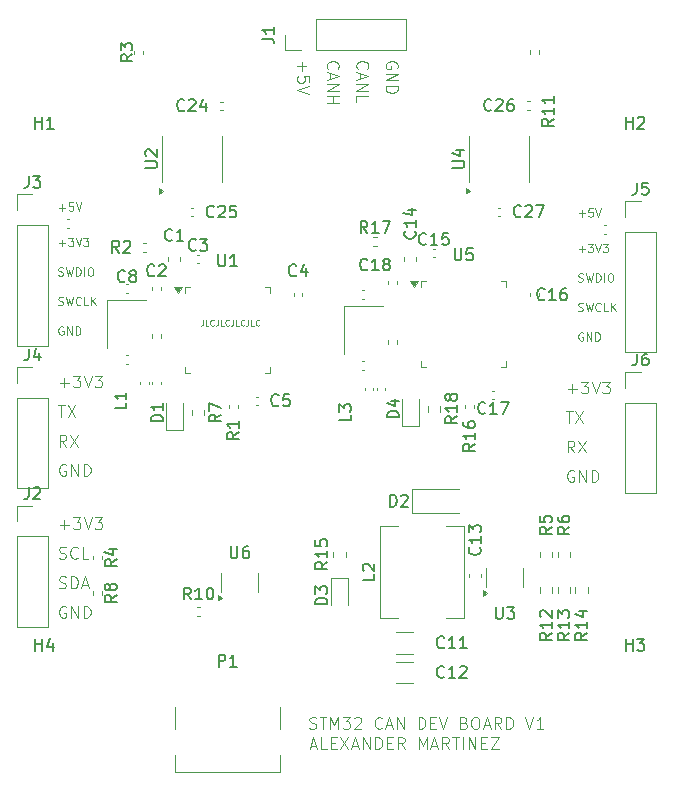
<source format=gbr>
%TF.GenerationSoftware,KiCad,Pcbnew,8.0.6*%
%TF.CreationDate,2024-12-12T23:36:56-08:00*%
%TF.ProjectId,KiCAD_MCPtest,4b694341-445f-44d4-9350-746573742e6b,rev?*%
%TF.SameCoordinates,Original*%
%TF.FileFunction,Legend,Top*%
%TF.FilePolarity,Positive*%
%FSLAX46Y46*%
G04 Gerber Fmt 4.6, Leading zero omitted, Abs format (unit mm)*
G04 Created by KiCad (PCBNEW 8.0.6) date 2024-12-12 23:36:56*
%MOMM*%
%LPD*%
G01*
G04 APERTURE LIST*
%ADD10C,0.100000*%
%ADD11C,0.150000*%
%ADD12C,0.120000*%
G04 APERTURE END LIST*
D10*
X127556265Y-106186704D02*
X128032455Y-106186704D01*
X127461027Y-106472419D02*
X127794360Y-105472419D01*
X127794360Y-105472419D02*
X128127693Y-106472419D01*
X128937217Y-106472419D02*
X128461027Y-106472419D01*
X128461027Y-106472419D02*
X128461027Y-105472419D01*
X129270551Y-105948609D02*
X129603884Y-105948609D01*
X129746741Y-106472419D02*
X129270551Y-106472419D01*
X129270551Y-106472419D02*
X129270551Y-105472419D01*
X129270551Y-105472419D02*
X129746741Y-105472419D01*
X130080075Y-105472419D02*
X130746741Y-106472419D01*
X130746741Y-105472419D02*
X130080075Y-106472419D01*
X131080075Y-106186704D02*
X131556265Y-106186704D01*
X130984837Y-106472419D02*
X131318170Y-105472419D01*
X131318170Y-105472419D02*
X131651503Y-106472419D01*
X131984837Y-106472419D02*
X131984837Y-105472419D01*
X131984837Y-105472419D02*
X132556265Y-106472419D01*
X132556265Y-106472419D02*
X132556265Y-105472419D01*
X133032456Y-106472419D02*
X133032456Y-105472419D01*
X133032456Y-105472419D02*
X133270551Y-105472419D01*
X133270551Y-105472419D02*
X133413408Y-105520038D01*
X133413408Y-105520038D02*
X133508646Y-105615276D01*
X133508646Y-105615276D02*
X133556265Y-105710514D01*
X133556265Y-105710514D02*
X133603884Y-105900990D01*
X133603884Y-105900990D02*
X133603884Y-106043847D01*
X133603884Y-106043847D02*
X133556265Y-106234323D01*
X133556265Y-106234323D02*
X133508646Y-106329561D01*
X133508646Y-106329561D02*
X133413408Y-106424800D01*
X133413408Y-106424800D02*
X133270551Y-106472419D01*
X133270551Y-106472419D02*
X133032456Y-106472419D01*
X134032456Y-105948609D02*
X134365789Y-105948609D01*
X134508646Y-106472419D02*
X134032456Y-106472419D01*
X134032456Y-106472419D02*
X134032456Y-105472419D01*
X134032456Y-105472419D02*
X134508646Y-105472419D01*
X135508646Y-106472419D02*
X135175313Y-105996228D01*
X134937218Y-106472419D02*
X134937218Y-105472419D01*
X134937218Y-105472419D02*
X135318170Y-105472419D01*
X135318170Y-105472419D02*
X135413408Y-105520038D01*
X135413408Y-105520038D02*
X135461027Y-105567657D01*
X135461027Y-105567657D02*
X135508646Y-105662895D01*
X135508646Y-105662895D02*
X135508646Y-105805752D01*
X135508646Y-105805752D02*
X135461027Y-105900990D01*
X135461027Y-105900990D02*
X135413408Y-105948609D01*
X135413408Y-105948609D02*
X135318170Y-105996228D01*
X135318170Y-105996228D02*
X134937218Y-105996228D01*
X136699123Y-106472419D02*
X136699123Y-105472419D01*
X136699123Y-105472419D02*
X137032456Y-106186704D01*
X137032456Y-106186704D02*
X137365789Y-105472419D01*
X137365789Y-105472419D02*
X137365789Y-106472419D01*
X137794361Y-106186704D02*
X138270551Y-106186704D01*
X137699123Y-106472419D02*
X138032456Y-105472419D01*
X138032456Y-105472419D02*
X138365789Y-106472419D01*
X139270551Y-106472419D02*
X138937218Y-105996228D01*
X138699123Y-106472419D02*
X138699123Y-105472419D01*
X138699123Y-105472419D02*
X139080075Y-105472419D01*
X139080075Y-105472419D02*
X139175313Y-105520038D01*
X139175313Y-105520038D02*
X139222932Y-105567657D01*
X139222932Y-105567657D02*
X139270551Y-105662895D01*
X139270551Y-105662895D02*
X139270551Y-105805752D01*
X139270551Y-105805752D02*
X139222932Y-105900990D01*
X139222932Y-105900990D02*
X139175313Y-105948609D01*
X139175313Y-105948609D02*
X139080075Y-105996228D01*
X139080075Y-105996228D02*
X138699123Y-105996228D01*
X139556266Y-105472419D02*
X140127694Y-105472419D01*
X139841980Y-106472419D02*
X139841980Y-105472419D01*
X140461028Y-106472419D02*
X140461028Y-105472419D01*
X140937218Y-106472419D02*
X140937218Y-105472419D01*
X140937218Y-105472419D02*
X141508646Y-106472419D01*
X141508646Y-106472419D02*
X141508646Y-105472419D01*
X141984837Y-105948609D02*
X142318170Y-105948609D01*
X142461027Y-106472419D02*
X141984837Y-106472419D01*
X141984837Y-106472419D02*
X141984837Y-105472419D01*
X141984837Y-105472419D02*
X142461027Y-105472419D01*
X142794361Y-105472419D02*
X143461027Y-105472419D01*
X143461027Y-105472419D02*
X142794361Y-106472419D01*
X142794361Y-106472419D02*
X143461027Y-106472419D01*
X127456265Y-104724800D02*
X127599122Y-104772419D01*
X127599122Y-104772419D02*
X127837217Y-104772419D01*
X127837217Y-104772419D02*
X127932455Y-104724800D01*
X127932455Y-104724800D02*
X127980074Y-104677180D01*
X127980074Y-104677180D02*
X128027693Y-104581942D01*
X128027693Y-104581942D02*
X128027693Y-104486704D01*
X128027693Y-104486704D02*
X127980074Y-104391466D01*
X127980074Y-104391466D02*
X127932455Y-104343847D01*
X127932455Y-104343847D02*
X127837217Y-104296228D01*
X127837217Y-104296228D02*
X127646741Y-104248609D01*
X127646741Y-104248609D02*
X127551503Y-104200990D01*
X127551503Y-104200990D02*
X127503884Y-104153371D01*
X127503884Y-104153371D02*
X127456265Y-104058133D01*
X127456265Y-104058133D02*
X127456265Y-103962895D01*
X127456265Y-103962895D02*
X127503884Y-103867657D01*
X127503884Y-103867657D02*
X127551503Y-103820038D01*
X127551503Y-103820038D02*
X127646741Y-103772419D01*
X127646741Y-103772419D02*
X127884836Y-103772419D01*
X127884836Y-103772419D02*
X128027693Y-103820038D01*
X128313408Y-103772419D02*
X128884836Y-103772419D01*
X128599122Y-104772419D02*
X128599122Y-103772419D01*
X129218170Y-104772419D02*
X129218170Y-103772419D01*
X129218170Y-103772419D02*
X129551503Y-104486704D01*
X129551503Y-104486704D02*
X129884836Y-103772419D01*
X129884836Y-103772419D02*
X129884836Y-104772419D01*
X130265789Y-103772419D02*
X130884836Y-103772419D01*
X130884836Y-103772419D02*
X130551503Y-104153371D01*
X130551503Y-104153371D02*
X130694360Y-104153371D01*
X130694360Y-104153371D02*
X130789598Y-104200990D01*
X130789598Y-104200990D02*
X130837217Y-104248609D01*
X130837217Y-104248609D02*
X130884836Y-104343847D01*
X130884836Y-104343847D02*
X130884836Y-104581942D01*
X130884836Y-104581942D02*
X130837217Y-104677180D01*
X130837217Y-104677180D02*
X130789598Y-104724800D01*
X130789598Y-104724800D02*
X130694360Y-104772419D01*
X130694360Y-104772419D02*
X130408646Y-104772419D01*
X130408646Y-104772419D02*
X130313408Y-104724800D01*
X130313408Y-104724800D02*
X130265789Y-104677180D01*
X131265789Y-103867657D02*
X131313408Y-103820038D01*
X131313408Y-103820038D02*
X131408646Y-103772419D01*
X131408646Y-103772419D02*
X131646741Y-103772419D01*
X131646741Y-103772419D02*
X131741979Y-103820038D01*
X131741979Y-103820038D02*
X131789598Y-103867657D01*
X131789598Y-103867657D02*
X131837217Y-103962895D01*
X131837217Y-103962895D02*
X131837217Y-104058133D01*
X131837217Y-104058133D02*
X131789598Y-104200990D01*
X131789598Y-104200990D02*
X131218170Y-104772419D01*
X131218170Y-104772419D02*
X131837217Y-104772419D01*
X133599122Y-104677180D02*
X133551503Y-104724800D01*
X133551503Y-104724800D02*
X133408646Y-104772419D01*
X133408646Y-104772419D02*
X133313408Y-104772419D01*
X133313408Y-104772419D02*
X133170551Y-104724800D01*
X133170551Y-104724800D02*
X133075313Y-104629561D01*
X133075313Y-104629561D02*
X133027694Y-104534323D01*
X133027694Y-104534323D02*
X132980075Y-104343847D01*
X132980075Y-104343847D02*
X132980075Y-104200990D01*
X132980075Y-104200990D02*
X133027694Y-104010514D01*
X133027694Y-104010514D02*
X133075313Y-103915276D01*
X133075313Y-103915276D02*
X133170551Y-103820038D01*
X133170551Y-103820038D02*
X133313408Y-103772419D01*
X133313408Y-103772419D02*
X133408646Y-103772419D01*
X133408646Y-103772419D02*
X133551503Y-103820038D01*
X133551503Y-103820038D02*
X133599122Y-103867657D01*
X133980075Y-104486704D02*
X134456265Y-104486704D01*
X133884837Y-104772419D02*
X134218170Y-103772419D01*
X134218170Y-103772419D02*
X134551503Y-104772419D01*
X134884837Y-104772419D02*
X134884837Y-103772419D01*
X134884837Y-103772419D02*
X135456265Y-104772419D01*
X135456265Y-104772419D02*
X135456265Y-103772419D01*
X136694361Y-104772419D02*
X136694361Y-103772419D01*
X136694361Y-103772419D02*
X136932456Y-103772419D01*
X136932456Y-103772419D02*
X137075313Y-103820038D01*
X137075313Y-103820038D02*
X137170551Y-103915276D01*
X137170551Y-103915276D02*
X137218170Y-104010514D01*
X137218170Y-104010514D02*
X137265789Y-104200990D01*
X137265789Y-104200990D02*
X137265789Y-104343847D01*
X137265789Y-104343847D02*
X137218170Y-104534323D01*
X137218170Y-104534323D02*
X137170551Y-104629561D01*
X137170551Y-104629561D02*
X137075313Y-104724800D01*
X137075313Y-104724800D02*
X136932456Y-104772419D01*
X136932456Y-104772419D02*
X136694361Y-104772419D01*
X137694361Y-104248609D02*
X138027694Y-104248609D01*
X138170551Y-104772419D02*
X137694361Y-104772419D01*
X137694361Y-104772419D02*
X137694361Y-103772419D01*
X137694361Y-103772419D02*
X138170551Y-103772419D01*
X138456266Y-103772419D02*
X138789599Y-104772419D01*
X138789599Y-104772419D02*
X139122932Y-103772419D01*
X140551504Y-104248609D02*
X140694361Y-104296228D01*
X140694361Y-104296228D02*
X140741980Y-104343847D01*
X140741980Y-104343847D02*
X140789599Y-104439085D01*
X140789599Y-104439085D02*
X140789599Y-104581942D01*
X140789599Y-104581942D02*
X140741980Y-104677180D01*
X140741980Y-104677180D02*
X140694361Y-104724800D01*
X140694361Y-104724800D02*
X140599123Y-104772419D01*
X140599123Y-104772419D02*
X140218171Y-104772419D01*
X140218171Y-104772419D02*
X140218171Y-103772419D01*
X140218171Y-103772419D02*
X140551504Y-103772419D01*
X140551504Y-103772419D02*
X140646742Y-103820038D01*
X140646742Y-103820038D02*
X140694361Y-103867657D01*
X140694361Y-103867657D02*
X140741980Y-103962895D01*
X140741980Y-103962895D02*
X140741980Y-104058133D01*
X140741980Y-104058133D02*
X140694361Y-104153371D01*
X140694361Y-104153371D02*
X140646742Y-104200990D01*
X140646742Y-104200990D02*
X140551504Y-104248609D01*
X140551504Y-104248609D02*
X140218171Y-104248609D01*
X141408647Y-103772419D02*
X141599123Y-103772419D01*
X141599123Y-103772419D02*
X141694361Y-103820038D01*
X141694361Y-103820038D02*
X141789599Y-103915276D01*
X141789599Y-103915276D02*
X141837218Y-104105752D01*
X141837218Y-104105752D02*
X141837218Y-104439085D01*
X141837218Y-104439085D02*
X141789599Y-104629561D01*
X141789599Y-104629561D02*
X141694361Y-104724800D01*
X141694361Y-104724800D02*
X141599123Y-104772419D01*
X141599123Y-104772419D02*
X141408647Y-104772419D01*
X141408647Y-104772419D02*
X141313409Y-104724800D01*
X141313409Y-104724800D02*
X141218171Y-104629561D01*
X141218171Y-104629561D02*
X141170552Y-104439085D01*
X141170552Y-104439085D02*
X141170552Y-104105752D01*
X141170552Y-104105752D02*
X141218171Y-103915276D01*
X141218171Y-103915276D02*
X141313409Y-103820038D01*
X141313409Y-103820038D02*
X141408647Y-103772419D01*
X142218171Y-104486704D02*
X142694361Y-104486704D01*
X142122933Y-104772419D02*
X142456266Y-103772419D01*
X142456266Y-103772419D02*
X142789599Y-104772419D01*
X143694361Y-104772419D02*
X143361028Y-104296228D01*
X143122933Y-104772419D02*
X143122933Y-103772419D01*
X143122933Y-103772419D02*
X143503885Y-103772419D01*
X143503885Y-103772419D02*
X143599123Y-103820038D01*
X143599123Y-103820038D02*
X143646742Y-103867657D01*
X143646742Y-103867657D02*
X143694361Y-103962895D01*
X143694361Y-103962895D02*
X143694361Y-104105752D01*
X143694361Y-104105752D02*
X143646742Y-104200990D01*
X143646742Y-104200990D02*
X143599123Y-104248609D01*
X143599123Y-104248609D02*
X143503885Y-104296228D01*
X143503885Y-104296228D02*
X143122933Y-104296228D01*
X144122933Y-104772419D02*
X144122933Y-103772419D01*
X144122933Y-103772419D02*
X144361028Y-103772419D01*
X144361028Y-103772419D02*
X144503885Y-103820038D01*
X144503885Y-103820038D02*
X144599123Y-103915276D01*
X144599123Y-103915276D02*
X144646742Y-104010514D01*
X144646742Y-104010514D02*
X144694361Y-104200990D01*
X144694361Y-104200990D02*
X144694361Y-104343847D01*
X144694361Y-104343847D02*
X144646742Y-104534323D01*
X144646742Y-104534323D02*
X144599123Y-104629561D01*
X144599123Y-104629561D02*
X144503885Y-104724800D01*
X144503885Y-104724800D02*
X144361028Y-104772419D01*
X144361028Y-104772419D02*
X144122933Y-104772419D01*
X145741981Y-103772419D02*
X146075314Y-104772419D01*
X146075314Y-104772419D02*
X146408647Y-103772419D01*
X147265790Y-104772419D02*
X146694362Y-104772419D01*
X146980076Y-104772419D02*
X146980076Y-103772419D01*
X146980076Y-103772419D02*
X146884838Y-103915276D01*
X146884838Y-103915276D02*
X146789600Y-104010514D01*
X146789600Y-104010514D02*
X146694362Y-104058133D01*
X118427693Y-70133609D02*
X118427693Y-70490752D01*
X118427693Y-70490752D02*
X118403884Y-70562180D01*
X118403884Y-70562180D02*
X118356265Y-70609800D01*
X118356265Y-70609800D02*
X118284836Y-70633609D01*
X118284836Y-70633609D02*
X118237217Y-70633609D01*
X118903883Y-70633609D02*
X118665788Y-70633609D01*
X118665788Y-70633609D02*
X118665788Y-70133609D01*
X119356264Y-70585990D02*
X119332455Y-70609800D01*
X119332455Y-70609800D02*
X119261026Y-70633609D01*
X119261026Y-70633609D02*
X119213407Y-70633609D01*
X119213407Y-70633609D02*
X119141979Y-70609800D01*
X119141979Y-70609800D02*
X119094360Y-70562180D01*
X119094360Y-70562180D02*
X119070550Y-70514561D01*
X119070550Y-70514561D02*
X119046741Y-70419323D01*
X119046741Y-70419323D02*
X119046741Y-70347895D01*
X119046741Y-70347895D02*
X119070550Y-70252657D01*
X119070550Y-70252657D02*
X119094360Y-70205038D01*
X119094360Y-70205038D02*
X119141979Y-70157419D01*
X119141979Y-70157419D02*
X119213407Y-70133609D01*
X119213407Y-70133609D02*
X119261026Y-70133609D01*
X119261026Y-70133609D02*
X119332455Y-70157419D01*
X119332455Y-70157419D02*
X119356264Y-70181228D01*
X119713407Y-70133609D02*
X119713407Y-70490752D01*
X119713407Y-70490752D02*
X119689598Y-70562180D01*
X119689598Y-70562180D02*
X119641979Y-70609800D01*
X119641979Y-70609800D02*
X119570550Y-70633609D01*
X119570550Y-70633609D02*
X119522931Y-70633609D01*
X120189597Y-70633609D02*
X119951502Y-70633609D01*
X119951502Y-70633609D02*
X119951502Y-70133609D01*
X120641978Y-70585990D02*
X120618169Y-70609800D01*
X120618169Y-70609800D02*
X120546740Y-70633609D01*
X120546740Y-70633609D02*
X120499121Y-70633609D01*
X120499121Y-70633609D02*
X120427693Y-70609800D01*
X120427693Y-70609800D02*
X120380074Y-70562180D01*
X120380074Y-70562180D02*
X120356264Y-70514561D01*
X120356264Y-70514561D02*
X120332455Y-70419323D01*
X120332455Y-70419323D02*
X120332455Y-70347895D01*
X120332455Y-70347895D02*
X120356264Y-70252657D01*
X120356264Y-70252657D02*
X120380074Y-70205038D01*
X120380074Y-70205038D02*
X120427693Y-70157419D01*
X120427693Y-70157419D02*
X120499121Y-70133609D01*
X120499121Y-70133609D02*
X120546740Y-70133609D01*
X120546740Y-70133609D02*
X120618169Y-70157419D01*
X120618169Y-70157419D02*
X120641978Y-70181228D01*
X120999121Y-70133609D02*
X120999121Y-70490752D01*
X120999121Y-70490752D02*
X120975312Y-70562180D01*
X120975312Y-70562180D02*
X120927693Y-70609800D01*
X120927693Y-70609800D02*
X120856264Y-70633609D01*
X120856264Y-70633609D02*
X120808645Y-70633609D01*
X121475311Y-70633609D02*
X121237216Y-70633609D01*
X121237216Y-70633609D02*
X121237216Y-70133609D01*
X121927692Y-70585990D02*
X121903883Y-70609800D01*
X121903883Y-70609800D02*
X121832454Y-70633609D01*
X121832454Y-70633609D02*
X121784835Y-70633609D01*
X121784835Y-70633609D02*
X121713407Y-70609800D01*
X121713407Y-70609800D02*
X121665788Y-70562180D01*
X121665788Y-70562180D02*
X121641978Y-70514561D01*
X121641978Y-70514561D02*
X121618169Y-70419323D01*
X121618169Y-70419323D02*
X121618169Y-70347895D01*
X121618169Y-70347895D02*
X121641978Y-70252657D01*
X121641978Y-70252657D02*
X121665788Y-70205038D01*
X121665788Y-70205038D02*
X121713407Y-70157419D01*
X121713407Y-70157419D02*
X121784835Y-70133609D01*
X121784835Y-70133609D02*
X121832454Y-70133609D01*
X121832454Y-70133609D02*
X121903883Y-70157419D01*
X121903883Y-70157419D02*
X121927692Y-70181228D01*
X122284835Y-70133609D02*
X122284835Y-70490752D01*
X122284835Y-70490752D02*
X122261026Y-70562180D01*
X122261026Y-70562180D02*
X122213407Y-70609800D01*
X122213407Y-70609800D02*
X122141978Y-70633609D01*
X122141978Y-70633609D02*
X122094359Y-70633609D01*
X122761025Y-70633609D02*
X122522930Y-70633609D01*
X122522930Y-70633609D02*
X122522930Y-70133609D01*
X123213406Y-70585990D02*
X123189597Y-70609800D01*
X123189597Y-70609800D02*
X123118168Y-70633609D01*
X123118168Y-70633609D02*
X123070549Y-70633609D01*
X123070549Y-70633609D02*
X122999121Y-70609800D01*
X122999121Y-70609800D02*
X122951502Y-70562180D01*
X122951502Y-70562180D02*
X122927692Y-70514561D01*
X122927692Y-70514561D02*
X122903883Y-70419323D01*
X122903883Y-70419323D02*
X122903883Y-70347895D01*
X122903883Y-70347895D02*
X122927692Y-70252657D01*
X122927692Y-70252657D02*
X122951502Y-70205038D01*
X122951502Y-70205038D02*
X122999121Y-70157419D01*
X122999121Y-70157419D02*
X123070549Y-70133609D01*
X123070549Y-70133609D02*
X123118168Y-70133609D01*
X123118168Y-70133609D02*
X123189597Y-70157419D01*
X123189597Y-70157419D02*
X123213406Y-70181228D01*
X129022819Y-48875312D02*
X128975200Y-48827693D01*
X128975200Y-48827693D02*
X128927580Y-48684836D01*
X128927580Y-48684836D02*
X128927580Y-48589598D01*
X128927580Y-48589598D02*
X128975200Y-48446741D01*
X128975200Y-48446741D02*
X129070438Y-48351503D01*
X129070438Y-48351503D02*
X129165676Y-48303884D01*
X129165676Y-48303884D02*
X129356152Y-48256265D01*
X129356152Y-48256265D02*
X129499009Y-48256265D01*
X129499009Y-48256265D02*
X129689485Y-48303884D01*
X129689485Y-48303884D02*
X129784723Y-48351503D01*
X129784723Y-48351503D02*
X129879961Y-48446741D01*
X129879961Y-48446741D02*
X129927580Y-48589598D01*
X129927580Y-48589598D02*
X129927580Y-48684836D01*
X129927580Y-48684836D02*
X129879961Y-48827693D01*
X129879961Y-48827693D02*
X129832342Y-48875312D01*
X129213295Y-49256265D02*
X129213295Y-49732455D01*
X128927580Y-49161027D02*
X129927580Y-49494360D01*
X129927580Y-49494360D02*
X128927580Y-49827693D01*
X128927580Y-50161027D02*
X129927580Y-50161027D01*
X129927580Y-50161027D02*
X128927580Y-50732455D01*
X128927580Y-50732455D02*
X129927580Y-50732455D01*
X128927580Y-51208646D02*
X129927580Y-51208646D01*
X129451390Y-51208646D02*
X129451390Y-51780074D01*
X128927580Y-51780074D02*
X129927580Y-51780074D01*
X126808533Y-48303884D02*
X126808533Y-49065789D01*
X126427580Y-48684836D02*
X127189485Y-48684836D01*
X127427580Y-50018169D02*
X127427580Y-49541979D01*
X127427580Y-49541979D02*
X126951390Y-49494360D01*
X126951390Y-49494360D02*
X126999009Y-49541979D01*
X126999009Y-49541979D02*
X127046628Y-49637217D01*
X127046628Y-49637217D02*
X127046628Y-49875312D01*
X127046628Y-49875312D02*
X126999009Y-49970550D01*
X126999009Y-49970550D02*
X126951390Y-50018169D01*
X126951390Y-50018169D02*
X126856152Y-50065788D01*
X126856152Y-50065788D02*
X126618057Y-50065788D01*
X126618057Y-50065788D02*
X126522819Y-50018169D01*
X126522819Y-50018169D02*
X126475200Y-49970550D01*
X126475200Y-49970550D02*
X126427580Y-49875312D01*
X126427580Y-49875312D02*
X126427580Y-49637217D01*
X126427580Y-49637217D02*
X126475200Y-49541979D01*
X126475200Y-49541979D02*
X126522819Y-49494360D01*
X127427580Y-50351503D02*
X126427580Y-50684836D01*
X126427580Y-50684836D02*
X127427580Y-51018169D01*
X131522819Y-48875312D02*
X131475200Y-48827693D01*
X131475200Y-48827693D02*
X131427580Y-48684836D01*
X131427580Y-48684836D02*
X131427580Y-48589598D01*
X131427580Y-48589598D02*
X131475200Y-48446741D01*
X131475200Y-48446741D02*
X131570438Y-48351503D01*
X131570438Y-48351503D02*
X131665676Y-48303884D01*
X131665676Y-48303884D02*
X131856152Y-48256265D01*
X131856152Y-48256265D02*
X131999009Y-48256265D01*
X131999009Y-48256265D02*
X132189485Y-48303884D01*
X132189485Y-48303884D02*
X132284723Y-48351503D01*
X132284723Y-48351503D02*
X132379961Y-48446741D01*
X132379961Y-48446741D02*
X132427580Y-48589598D01*
X132427580Y-48589598D02*
X132427580Y-48684836D01*
X132427580Y-48684836D02*
X132379961Y-48827693D01*
X132379961Y-48827693D02*
X132332342Y-48875312D01*
X131713295Y-49256265D02*
X131713295Y-49732455D01*
X131427580Y-49161027D02*
X132427580Y-49494360D01*
X132427580Y-49494360D02*
X131427580Y-49827693D01*
X131427580Y-50161027D02*
X132427580Y-50161027D01*
X132427580Y-50161027D02*
X131427580Y-50732455D01*
X131427580Y-50732455D02*
X132427580Y-50732455D01*
X131427580Y-51684836D02*
X131427580Y-51208646D01*
X131427580Y-51208646D02*
X132427580Y-51208646D01*
X134879961Y-48827693D02*
X134927580Y-48732455D01*
X134927580Y-48732455D02*
X134927580Y-48589598D01*
X134927580Y-48589598D02*
X134879961Y-48446741D01*
X134879961Y-48446741D02*
X134784723Y-48351503D01*
X134784723Y-48351503D02*
X134689485Y-48303884D01*
X134689485Y-48303884D02*
X134499009Y-48256265D01*
X134499009Y-48256265D02*
X134356152Y-48256265D01*
X134356152Y-48256265D02*
X134165676Y-48303884D01*
X134165676Y-48303884D02*
X134070438Y-48351503D01*
X134070438Y-48351503D02*
X133975200Y-48446741D01*
X133975200Y-48446741D02*
X133927580Y-48589598D01*
X133927580Y-48589598D02*
X133927580Y-48684836D01*
X133927580Y-48684836D02*
X133975200Y-48827693D01*
X133975200Y-48827693D02*
X134022819Y-48875312D01*
X134022819Y-48875312D02*
X134356152Y-48875312D01*
X134356152Y-48875312D02*
X134356152Y-48684836D01*
X133927580Y-49303884D02*
X134927580Y-49303884D01*
X134927580Y-49303884D02*
X133927580Y-49875312D01*
X133927580Y-49875312D02*
X134927580Y-49875312D01*
X133927580Y-50351503D02*
X134927580Y-50351503D01*
X134927580Y-50351503D02*
X134927580Y-50589598D01*
X134927580Y-50589598D02*
X134879961Y-50732455D01*
X134879961Y-50732455D02*
X134784723Y-50827693D01*
X134784723Y-50827693D02*
X134689485Y-50875312D01*
X134689485Y-50875312D02*
X134499009Y-50922931D01*
X134499009Y-50922931D02*
X134356152Y-50922931D01*
X134356152Y-50922931D02*
X134165676Y-50875312D01*
X134165676Y-50875312D02*
X134070438Y-50827693D01*
X134070438Y-50827693D02*
X133975200Y-50732455D01*
X133975200Y-50732455D02*
X133927580Y-50589598D01*
X133927580Y-50589598D02*
X133927580Y-50351503D01*
X150232455Y-64142466D02*
X150765789Y-64142466D01*
X150499122Y-64409133D02*
X150499122Y-63875800D01*
X151032456Y-63709133D02*
X151465789Y-63709133D01*
X151465789Y-63709133D02*
X151232456Y-63975800D01*
X151232456Y-63975800D02*
X151332456Y-63975800D01*
X151332456Y-63975800D02*
X151399122Y-64009133D01*
X151399122Y-64009133D02*
X151432456Y-64042466D01*
X151432456Y-64042466D02*
X151465789Y-64109133D01*
X151465789Y-64109133D02*
X151465789Y-64275800D01*
X151465789Y-64275800D02*
X151432456Y-64342466D01*
X151432456Y-64342466D02*
X151399122Y-64375800D01*
X151399122Y-64375800D02*
X151332456Y-64409133D01*
X151332456Y-64409133D02*
X151132456Y-64409133D01*
X151132456Y-64409133D02*
X151065789Y-64375800D01*
X151065789Y-64375800D02*
X151032456Y-64342466D01*
X151665789Y-63709133D02*
X151899123Y-64409133D01*
X151899123Y-64409133D02*
X152132456Y-63709133D01*
X152299123Y-63709133D02*
X152732456Y-63709133D01*
X152732456Y-63709133D02*
X152499123Y-63975800D01*
X152499123Y-63975800D02*
X152599123Y-63975800D01*
X152599123Y-63975800D02*
X152665789Y-64009133D01*
X152665789Y-64009133D02*
X152699123Y-64042466D01*
X152699123Y-64042466D02*
X152732456Y-64109133D01*
X152732456Y-64109133D02*
X152732456Y-64275800D01*
X152732456Y-64275800D02*
X152699123Y-64342466D01*
X152699123Y-64342466D02*
X152665789Y-64375800D01*
X152665789Y-64375800D02*
X152599123Y-64409133D01*
X152599123Y-64409133D02*
X152399123Y-64409133D01*
X152399123Y-64409133D02*
X152332456Y-64375800D01*
X152332456Y-64375800D02*
X152299123Y-64342466D01*
X150232455Y-61142466D02*
X150765789Y-61142466D01*
X150499122Y-61409133D02*
X150499122Y-60875800D01*
X151432456Y-60709133D02*
X151099122Y-60709133D01*
X151099122Y-60709133D02*
X151065789Y-61042466D01*
X151065789Y-61042466D02*
X151099122Y-61009133D01*
X151099122Y-61009133D02*
X151165789Y-60975800D01*
X151165789Y-60975800D02*
X151332456Y-60975800D01*
X151332456Y-60975800D02*
X151399122Y-61009133D01*
X151399122Y-61009133D02*
X151432456Y-61042466D01*
X151432456Y-61042466D02*
X151465789Y-61109133D01*
X151465789Y-61109133D02*
X151465789Y-61275800D01*
X151465789Y-61275800D02*
X151432456Y-61342466D01*
X151432456Y-61342466D02*
X151399122Y-61375800D01*
X151399122Y-61375800D02*
X151332456Y-61409133D01*
X151332456Y-61409133D02*
X151165789Y-61409133D01*
X151165789Y-61409133D02*
X151099122Y-61375800D01*
X151099122Y-61375800D02*
X151065789Y-61342466D01*
X151665789Y-60709133D02*
X151899123Y-61409133D01*
X151899123Y-61409133D02*
X152132456Y-60709133D01*
X150199122Y-69375800D02*
X150299122Y-69409133D01*
X150299122Y-69409133D02*
X150465789Y-69409133D01*
X150465789Y-69409133D02*
X150532455Y-69375800D01*
X150532455Y-69375800D02*
X150565789Y-69342466D01*
X150565789Y-69342466D02*
X150599122Y-69275800D01*
X150599122Y-69275800D02*
X150599122Y-69209133D01*
X150599122Y-69209133D02*
X150565789Y-69142466D01*
X150565789Y-69142466D02*
X150532455Y-69109133D01*
X150532455Y-69109133D02*
X150465789Y-69075800D01*
X150465789Y-69075800D02*
X150332455Y-69042466D01*
X150332455Y-69042466D02*
X150265789Y-69009133D01*
X150265789Y-69009133D02*
X150232455Y-68975800D01*
X150232455Y-68975800D02*
X150199122Y-68909133D01*
X150199122Y-68909133D02*
X150199122Y-68842466D01*
X150199122Y-68842466D02*
X150232455Y-68775800D01*
X150232455Y-68775800D02*
X150265789Y-68742466D01*
X150265789Y-68742466D02*
X150332455Y-68709133D01*
X150332455Y-68709133D02*
X150499122Y-68709133D01*
X150499122Y-68709133D02*
X150599122Y-68742466D01*
X150832456Y-68709133D02*
X150999122Y-69409133D01*
X150999122Y-69409133D02*
X151132456Y-68909133D01*
X151132456Y-68909133D02*
X151265789Y-69409133D01*
X151265789Y-69409133D02*
X151432456Y-68709133D01*
X152099122Y-69342466D02*
X152065789Y-69375800D01*
X152065789Y-69375800D02*
X151965789Y-69409133D01*
X151965789Y-69409133D02*
X151899122Y-69409133D01*
X151899122Y-69409133D02*
X151799122Y-69375800D01*
X151799122Y-69375800D02*
X151732456Y-69309133D01*
X151732456Y-69309133D02*
X151699122Y-69242466D01*
X151699122Y-69242466D02*
X151665789Y-69109133D01*
X151665789Y-69109133D02*
X151665789Y-69009133D01*
X151665789Y-69009133D02*
X151699122Y-68875800D01*
X151699122Y-68875800D02*
X151732456Y-68809133D01*
X151732456Y-68809133D02*
X151799122Y-68742466D01*
X151799122Y-68742466D02*
X151899122Y-68709133D01*
X151899122Y-68709133D02*
X151965789Y-68709133D01*
X151965789Y-68709133D02*
X152065789Y-68742466D01*
X152065789Y-68742466D02*
X152099122Y-68775800D01*
X152732456Y-69409133D02*
X152399122Y-69409133D01*
X152399122Y-69409133D02*
X152399122Y-68709133D01*
X152965789Y-69409133D02*
X152965789Y-68709133D01*
X153365789Y-69409133D02*
X153065789Y-69009133D01*
X153365789Y-68709133D02*
X152965789Y-69109133D01*
X150199122Y-66875800D02*
X150299122Y-66909133D01*
X150299122Y-66909133D02*
X150465789Y-66909133D01*
X150465789Y-66909133D02*
X150532455Y-66875800D01*
X150532455Y-66875800D02*
X150565789Y-66842466D01*
X150565789Y-66842466D02*
X150599122Y-66775800D01*
X150599122Y-66775800D02*
X150599122Y-66709133D01*
X150599122Y-66709133D02*
X150565789Y-66642466D01*
X150565789Y-66642466D02*
X150532455Y-66609133D01*
X150532455Y-66609133D02*
X150465789Y-66575800D01*
X150465789Y-66575800D02*
X150332455Y-66542466D01*
X150332455Y-66542466D02*
X150265789Y-66509133D01*
X150265789Y-66509133D02*
X150232455Y-66475800D01*
X150232455Y-66475800D02*
X150199122Y-66409133D01*
X150199122Y-66409133D02*
X150199122Y-66342466D01*
X150199122Y-66342466D02*
X150232455Y-66275800D01*
X150232455Y-66275800D02*
X150265789Y-66242466D01*
X150265789Y-66242466D02*
X150332455Y-66209133D01*
X150332455Y-66209133D02*
X150499122Y-66209133D01*
X150499122Y-66209133D02*
X150599122Y-66242466D01*
X150832456Y-66209133D02*
X150999122Y-66909133D01*
X150999122Y-66909133D02*
X151132456Y-66409133D01*
X151132456Y-66409133D02*
X151265789Y-66909133D01*
X151265789Y-66909133D02*
X151432456Y-66209133D01*
X151699122Y-66909133D02*
X151699122Y-66209133D01*
X151699122Y-66209133D02*
X151865789Y-66209133D01*
X151865789Y-66209133D02*
X151965789Y-66242466D01*
X151965789Y-66242466D02*
X152032456Y-66309133D01*
X152032456Y-66309133D02*
X152065789Y-66375800D01*
X152065789Y-66375800D02*
X152099122Y-66509133D01*
X152099122Y-66509133D02*
X152099122Y-66609133D01*
X152099122Y-66609133D02*
X152065789Y-66742466D01*
X152065789Y-66742466D02*
X152032456Y-66809133D01*
X152032456Y-66809133D02*
X151965789Y-66875800D01*
X151965789Y-66875800D02*
X151865789Y-66909133D01*
X151865789Y-66909133D02*
X151699122Y-66909133D01*
X152399122Y-66909133D02*
X152399122Y-66209133D01*
X152865789Y-66209133D02*
X152999122Y-66209133D01*
X152999122Y-66209133D02*
X153065789Y-66242466D01*
X153065789Y-66242466D02*
X153132455Y-66309133D01*
X153132455Y-66309133D02*
X153165789Y-66442466D01*
X153165789Y-66442466D02*
X153165789Y-66675800D01*
X153165789Y-66675800D02*
X153132455Y-66809133D01*
X153132455Y-66809133D02*
X153065789Y-66875800D01*
X153065789Y-66875800D02*
X152999122Y-66909133D01*
X152999122Y-66909133D02*
X152865789Y-66909133D01*
X152865789Y-66909133D02*
X152799122Y-66875800D01*
X152799122Y-66875800D02*
X152732455Y-66809133D01*
X152732455Y-66809133D02*
X152699122Y-66675800D01*
X152699122Y-66675800D02*
X152699122Y-66442466D01*
X152699122Y-66442466D02*
X152732455Y-66309133D01*
X152732455Y-66309133D02*
X152799122Y-66242466D01*
X152799122Y-66242466D02*
X152865789Y-66209133D01*
X150599122Y-71242466D02*
X150532455Y-71209133D01*
X150532455Y-71209133D02*
X150432455Y-71209133D01*
X150432455Y-71209133D02*
X150332455Y-71242466D01*
X150332455Y-71242466D02*
X150265789Y-71309133D01*
X150265789Y-71309133D02*
X150232455Y-71375800D01*
X150232455Y-71375800D02*
X150199122Y-71509133D01*
X150199122Y-71509133D02*
X150199122Y-71609133D01*
X150199122Y-71609133D02*
X150232455Y-71742466D01*
X150232455Y-71742466D02*
X150265789Y-71809133D01*
X150265789Y-71809133D02*
X150332455Y-71875800D01*
X150332455Y-71875800D02*
X150432455Y-71909133D01*
X150432455Y-71909133D02*
X150499122Y-71909133D01*
X150499122Y-71909133D02*
X150599122Y-71875800D01*
X150599122Y-71875800D02*
X150632455Y-71842466D01*
X150632455Y-71842466D02*
X150632455Y-71609133D01*
X150632455Y-71609133D02*
X150499122Y-71609133D01*
X150932455Y-71909133D02*
X150932455Y-71209133D01*
X150932455Y-71209133D02*
X151332455Y-71909133D01*
X151332455Y-71909133D02*
X151332455Y-71209133D01*
X151665788Y-71909133D02*
X151665788Y-71209133D01*
X151665788Y-71209133D02*
X151832455Y-71209133D01*
X151832455Y-71209133D02*
X151932455Y-71242466D01*
X151932455Y-71242466D02*
X151999122Y-71309133D01*
X151999122Y-71309133D02*
X152032455Y-71375800D01*
X152032455Y-71375800D02*
X152065788Y-71509133D01*
X152065788Y-71509133D02*
X152065788Y-71609133D01*
X152065788Y-71609133D02*
X152032455Y-71742466D01*
X152032455Y-71742466D02*
X151999122Y-71809133D01*
X151999122Y-71809133D02*
X151932455Y-71875800D01*
X151932455Y-71875800D02*
X151832455Y-71909133D01*
X151832455Y-71909133D02*
X151665788Y-71909133D01*
X106232455Y-60642466D02*
X106765789Y-60642466D01*
X106499122Y-60909133D02*
X106499122Y-60375800D01*
X107432456Y-60209133D02*
X107099122Y-60209133D01*
X107099122Y-60209133D02*
X107065789Y-60542466D01*
X107065789Y-60542466D02*
X107099122Y-60509133D01*
X107099122Y-60509133D02*
X107165789Y-60475800D01*
X107165789Y-60475800D02*
X107332456Y-60475800D01*
X107332456Y-60475800D02*
X107399122Y-60509133D01*
X107399122Y-60509133D02*
X107432456Y-60542466D01*
X107432456Y-60542466D02*
X107465789Y-60609133D01*
X107465789Y-60609133D02*
X107465789Y-60775800D01*
X107465789Y-60775800D02*
X107432456Y-60842466D01*
X107432456Y-60842466D02*
X107399122Y-60875800D01*
X107399122Y-60875800D02*
X107332456Y-60909133D01*
X107332456Y-60909133D02*
X107165789Y-60909133D01*
X107165789Y-60909133D02*
X107099122Y-60875800D01*
X107099122Y-60875800D02*
X107065789Y-60842466D01*
X107665789Y-60209133D02*
X107899123Y-60909133D01*
X107899123Y-60909133D02*
X108132456Y-60209133D01*
X106232455Y-63642466D02*
X106765789Y-63642466D01*
X106499122Y-63909133D02*
X106499122Y-63375800D01*
X107032456Y-63209133D02*
X107465789Y-63209133D01*
X107465789Y-63209133D02*
X107232456Y-63475800D01*
X107232456Y-63475800D02*
X107332456Y-63475800D01*
X107332456Y-63475800D02*
X107399122Y-63509133D01*
X107399122Y-63509133D02*
X107432456Y-63542466D01*
X107432456Y-63542466D02*
X107465789Y-63609133D01*
X107465789Y-63609133D02*
X107465789Y-63775800D01*
X107465789Y-63775800D02*
X107432456Y-63842466D01*
X107432456Y-63842466D02*
X107399122Y-63875800D01*
X107399122Y-63875800D02*
X107332456Y-63909133D01*
X107332456Y-63909133D02*
X107132456Y-63909133D01*
X107132456Y-63909133D02*
X107065789Y-63875800D01*
X107065789Y-63875800D02*
X107032456Y-63842466D01*
X107665789Y-63209133D02*
X107899123Y-63909133D01*
X107899123Y-63909133D02*
X108132456Y-63209133D01*
X108299123Y-63209133D02*
X108732456Y-63209133D01*
X108732456Y-63209133D02*
X108499123Y-63475800D01*
X108499123Y-63475800D02*
X108599123Y-63475800D01*
X108599123Y-63475800D02*
X108665789Y-63509133D01*
X108665789Y-63509133D02*
X108699123Y-63542466D01*
X108699123Y-63542466D02*
X108732456Y-63609133D01*
X108732456Y-63609133D02*
X108732456Y-63775800D01*
X108732456Y-63775800D02*
X108699123Y-63842466D01*
X108699123Y-63842466D02*
X108665789Y-63875800D01*
X108665789Y-63875800D02*
X108599123Y-63909133D01*
X108599123Y-63909133D02*
X108399123Y-63909133D01*
X108399123Y-63909133D02*
X108332456Y-63875800D01*
X108332456Y-63875800D02*
X108299123Y-63842466D01*
X106199122Y-66375800D02*
X106299122Y-66409133D01*
X106299122Y-66409133D02*
X106465789Y-66409133D01*
X106465789Y-66409133D02*
X106532455Y-66375800D01*
X106532455Y-66375800D02*
X106565789Y-66342466D01*
X106565789Y-66342466D02*
X106599122Y-66275800D01*
X106599122Y-66275800D02*
X106599122Y-66209133D01*
X106599122Y-66209133D02*
X106565789Y-66142466D01*
X106565789Y-66142466D02*
X106532455Y-66109133D01*
X106532455Y-66109133D02*
X106465789Y-66075800D01*
X106465789Y-66075800D02*
X106332455Y-66042466D01*
X106332455Y-66042466D02*
X106265789Y-66009133D01*
X106265789Y-66009133D02*
X106232455Y-65975800D01*
X106232455Y-65975800D02*
X106199122Y-65909133D01*
X106199122Y-65909133D02*
X106199122Y-65842466D01*
X106199122Y-65842466D02*
X106232455Y-65775800D01*
X106232455Y-65775800D02*
X106265789Y-65742466D01*
X106265789Y-65742466D02*
X106332455Y-65709133D01*
X106332455Y-65709133D02*
X106499122Y-65709133D01*
X106499122Y-65709133D02*
X106599122Y-65742466D01*
X106832456Y-65709133D02*
X106999122Y-66409133D01*
X106999122Y-66409133D02*
X107132456Y-65909133D01*
X107132456Y-65909133D02*
X107265789Y-66409133D01*
X107265789Y-66409133D02*
X107432456Y-65709133D01*
X107699122Y-66409133D02*
X107699122Y-65709133D01*
X107699122Y-65709133D02*
X107865789Y-65709133D01*
X107865789Y-65709133D02*
X107965789Y-65742466D01*
X107965789Y-65742466D02*
X108032456Y-65809133D01*
X108032456Y-65809133D02*
X108065789Y-65875800D01*
X108065789Y-65875800D02*
X108099122Y-66009133D01*
X108099122Y-66009133D02*
X108099122Y-66109133D01*
X108099122Y-66109133D02*
X108065789Y-66242466D01*
X108065789Y-66242466D02*
X108032456Y-66309133D01*
X108032456Y-66309133D02*
X107965789Y-66375800D01*
X107965789Y-66375800D02*
X107865789Y-66409133D01*
X107865789Y-66409133D02*
X107699122Y-66409133D01*
X108399122Y-66409133D02*
X108399122Y-65709133D01*
X108865789Y-65709133D02*
X108999122Y-65709133D01*
X108999122Y-65709133D02*
X109065789Y-65742466D01*
X109065789Y-65742466D02*
X109132455Y-65809133D01*
X109132455Y-65809133D02*
X109165789Y-65942466D01*
X109165789Y-65942466D02*
X109165789Y-66175800D01*
X109165789Y-66175800D02*
X109132455Y-66309133D01*
X109132455Y-66309133D02*
X109065789Y-66375800D01*
X109065789Y-66375800D02*
X108999122Y-66409133D01*
X108999122Y-66409133D02*
X108865789Y-66409133D01*
X108865789Y-66409133D02*
X108799122Y-66375800D01*
X108799122Y-66375800D02*
X108732455Y-66309133D01*
X108732455Y-66309133D02*
X108699122Y-66175800D01*
X108699122Y-66175800D02*
X108699122Y-65942466D01*
X108699122Y-65942466D02*
X108732455Y-65809133D01*
X108732455Y-65809133D02*
X108799122Y-65742466D01*
X108799122Y-65742466D02*
X108865789Y-65709133D01*
X106199122Y-68875800D02*
X106299122Y-68909133D01*
X106299122Y-68909133D02*
X106465789Y-68909133D01*
X106465789Y-68909133D02*
X106532455Y-68875800D01*
X106532455Y-68875800D02*
X106565789Y-68842466D01*
X106565789Y-68842466D02*
X106599122Y-68775800D01*
X106599122Y-68775800D02*
X106599122Y-68709133D01*
X106599122Y-68709133D02*
X106565789Y-68642466D01*
X106565789Y-68642466D02*
X106532455Y-68609133D01*
X106532455Y-68609133D02*
X106465789Y-68575800D01*
X106465789Y-68575800D02*
X106332455Y-68542466D01*
X106332455Y-68542466D02*
X106265789Y-68509133D01*
X106265789Y-68509133D02*
X106232455Y-68475800D01*
X106232455Y-68475800D02*
X106199122Y-68409133D01*
X106199122Y-68409133D02*
X106199122Y-68342466D01*
X106199122Y-68342466D02*
X106232455Y-68275800D01*
X106232455Y-68275800D02*
X106265789Y-68242466D01*
X106265789Y-68242466D02*
X106332455Y-68209133D01*
X106332455Y-68209133D02*
X106499122Y-68209133D01*
X106499122Y-68209133D02*
X106599122Y-68242466D01*
X106832456Y-68209133D02*
X106999122Y-68909133D01*
X106999122Y-68909133D02*
X107132456Y-68409133D01*
X107132456Y-68409133D02*
X107265789Y-68909133D01*
X107265789Y-68909133D02*
X107432456Y-68209133D01*
X108099122Y-68842466D02*
X108065789Y-68875800D01*
X108065789Y-68875800D02*
X107965789Y-68909133D01*
X107965789Y-68909133D02*
X107899122Y-68909133D01*
X107899122Y-68909133D02*
X107799122Y-68875800D01*
X107799122Y-68875800D02*
X107732456Y-68809133D01*
X107732456Y-68809133D02*
X107699122Y-68742466D01*
X107699122Y-68742466D02*
X107665789Y-68609133D01*
X107665789Y-68609133D02*
X107665789Y-68509133D01*
X107665789Y-68509133D02*
X107699122Y-68375800D01*
X107699122Y-68375800D02*
X107732456Y-68309133D01*
X107732456Y-68309133D02*
X107799122Y-68242466D01*
X107799122Y-68242466D02*
X107899122Y-68209133D01*
X107899122Y-68209133D02*
X107965789Y-68209133D01*
X107965789Y-68209133D02*
X108065789Y-68242466D01*
X108065789Y-68242466D02*
X108099122Y-68275800D01*
X108732456Y-68909133D02*
X108399122Y-68909133D01*
X108399122Y-68909133D02*
X108399122Y-68209133D01*
X108965789Y-68909133D02*
X108965789Y-68209133D01*
X109365789Y-68909133D02*
X109065789Y-68509133D01*
X109365789Y-68209133D02*
X108965789Y-68609133D01*
X106599122Y-70742466D02*
X106532455Y-70709133D01*
X106532455Y-70709133D02*
X106432455Y-70709133D01*
X106432455Y-70709133D02*
X106332455Y-70742466D01*
X106332455Y-70742466D02*
X106265789Y-70809133D01*
X106265789Y-70809133D02*
X106232455Y-70875800D01*
X106232455Y-70875800D02*
X106199122Y-71009133D01*
X106199122Y-71009133D02*
X106199122Y-71109133D01*
X106199122Y-71109133D02*
X106232455Y-71242466D01*
X106232455Y-71242466D02*
X106265789Y-71309133D01*
X106265789Y-71309133D02*
X106332455Y-71375800D01*
X106332455Y-71375800D02*
X106432455Y-71409133D01*
X106432455Y-71409133D02*
X106499122Y-71409133D01*
X106499122Y-71409133D02*
X106599122Y-71375800D01*
X106599122Y-71375800D02*
X106632455Y-71342466D01*
X106632455Y-71342466D02*
X106632455Y-71109133D01*
X106632455Y-71109133D02*
X106499122Y-71109133D01*
X106932455Y-71409133D02*
X106932455Y-70709133D01*
X106932455Y-70709133D02*
X107332455Y-71409133D01*
X107332455Y-71409133D02*
X107332455Y-70709133D01*
X107665788Y-71409133D02*
X107665788Y-70709133D01*
X107665788Y-70709133D02*
X107832455Y-70709133D01*
X107832455Y-70709133D02*
X107932455Y-70742466D01*
X107932455Y-70742466D02*
X107999122Y-70809133D01*
X107999122Y-70809133D02*
X108032455Y-70875800D01*
X108032455Y-70875800D02*
X108065788Y-71009133D01*
X108065788Y-71009133D02*
X108065788Y-71109133D01*
X108065788Y-71109133D02*
X108032455Y-71242466D01*
X108032455Y-71242466D02*
X107999122Y-71309133D01*
X107999122Y-71309133D02*
X107932455Y-71375800D01*
X107932455Y-71375800D02*
X107832455Y-71409133D01*
X107832455Y-71409133D02*
X107665788Y-71409133D01*
X106161027Y-77372419D02*
X106732455Y-77372419D01*
X106446741Y-78372419D02*
X106446741Y-77372419D01*
X106970551Y-77372419D02*
X107637217Y-78372419D01*
X107637217Y-77372419D02*
X106970551Y-78372419D01*
X106875312Y-80872419D02*
X106541979Y-80396228D01*
X106303884Y-80872419D02*
X106303884Y-79872419D01*
X106303884Y-79872419D02*
X106684836Y-79872419D01*
X106684836Y-79872419D02*
X106780074Y-79920038D01*
X106780074Y-79920038D02*
X106827693Y-79967657D01*
X106827693Y-79967657D02*
X106875312Y-80062895D01*
X106875312Y-80062895D02*
X106875312Y-80205752D01*
X106875312Y-80205752D02*
X106827693Y-80300990D01*
X106827693Y-80300990D02*
X106780074Y-80348609D01*
X106780074Y-80348609D02*
X106684836Y-80396228D01*
X106684836Y-80396228D02*
X106303884Y-80396228D01*
X107208646Y-79872419D02*
X107875312Y-80872419D01*
X107875312Y-79872419D02*
X107208646Y-80872419D01*
X106303884Y-75491466D02*
X107065789Y-75491466D01*
X106684836Y-75872419D02*
X106684836Y-75110514D01*
X107446741Y-74872419D02*
X108065788Y-74872419D01*
X108065788Y-74872419D02*
X107732455Y-75253371D01*
X107732455Y-75253371D02*
X107875312Y-75253371D01*
X107875312Y-75253371D02*
X107970550Y-75300990D01*
X107970550Y-75300990D02*
X108018169Y-75348609D01*
X108018169Y-75348609D02*
X108065788Y-75443847D01*
X108065788Y-75443847D02*
X108065788Y-75681942D01*
X108065788Y-75681942D02*
X108018169Y-75777180D01*
X108018169Y-75777180D02*
X107970550Y-75824800D01*
X107970550Y-75824800D02*
X107875312Y-75872419D01*
X107875312Y-75872419D02*
X107589598Y-75872419D01*
X107589598Y-75872419D02*
X107494360Y-75824800D01*
X107494360Y-75824800D02*
X107446741Y-75777180D01*
X108351503Y-74872419D02*
X108684836Y-75872419D01*
X108684836Y-75872419D02*
X109018169Y-74872419D01*
X109256265Y-74872419D02*
X109875312Y-74872419D01*
X109875312Y-74872419D02*
X109541979Y-75253371D01*
X109541979Y-75253371D02*
X109684836Y-75253371D01*
X109684836Y-75253371D02*
X109780074Y-75300990D01*
X109780074Y-75300990D02*
X109827693Y-75348609D01*
X109827693Y-75348609D02*
X109875312Y-75443847D01*
X109875312Y-75443847D02*
X109875312Y-75681942D01*
X109875312Y-75681942D02*
X109827693Y-75777180D01*
X109827693Y-75777180D02*
X109780074Y-75824800D01*
X109780074Y-75824800D02*
X109684836Y-75872419D01*
X109684836Y-75872419D02*
X109399122Y-75872419D01*
X109399122Y-75872419D02*
X109303884Y-75824800D01*
X109303884Y-75824800D02*
X109256265Y-75777180D01*
X106827693Y-82420038D02*
X106732455Y-82372419D01*
X106732455Y-82372419D02*
X106589598Y-82372419D01*
X106589598Y-82372419D02*
X106446741Y-82420038D01*
X106446741Y-82420038D02*
X106351503Y-82515276D01*
X106351503Y-82515276D02*
X106303884Y-82610514D01*
X106303884Y-82610514D02*
X106256265Y-82800990D01*
X106256265Y-82800990D02*
X106256265Y-82943847D01*
X106256265Y-82943847D02*
X106303884Y-83134323D01*
X106303884Y-83134323D02*
X106351503Y-83229561D01*
X106351503Y-83229561D02*
X106446741Y-83324800D01*
X106446741Y-83324800D02*
X106589598Y-83372419D01*
X106589598Y-83372419D02*
X106684836Y-83372419D01*
X106684836Y-83372419D02*
X106827693Y-83324800D01*
X106827693Y-83324800D02*
X106875312Y-83277180D01*
X106875312Y-83277180D02*
X106875312Y-82943847D01*
X106875312Y-82943847D02*
X106684836Y-82943847D01*
X107303884Y-83372419D02*
X107303884Y-82372419D01*
X107303884Y-82372419D02*
X107875312Y-83372419D01*
X107875312Y-83372419D02*
X107875312Y-82372419D01*
X108351503Y-83372419D02*
X108351503Y-82372419D01*
X108351503Y-82372419D02*
X108589598Y-82372419D01*
X108589598Y-82372419D02*
X108732455Y-82420038D01*
X108732455Y-82420038D02*
X108827693Y-82515276D01*
X108827693Y-82515276D02*
X108875312Y-82610514D01*
X108875312Y-82610514D02*
X108922931Y-82800990D01*
X108922931Y-82800990D02*
X108922931Y-82943847D01*
X108922931Y-82943847D02*
X108875312Y-83134323D01*
X108875312Y-83134323D02*
X108827693Y-83229561D01*
X108827693Y-83229561D02*
X108732455Y-83324800D01*
X108732455Y-83324800D02*
X108589598Y-83372419D01*
X108589598Y-83372419D02*
X108351503Y-83372419D01*
X106827693Y-94420038D02*
X106732455Y-94372419D01*
X106732455Y-94372419D02*
X106589598Y-94372419D01*
X106589598Y-94372419D02*
X106446741Y-94420038D01*
X106446741Y-94420038D02*
X106351503Y-94515276D01*
X106351503Y-94515276D02*
X106303884Y-94610514D01*
X106303884Y-94610514D02*
X106256265Y-94800990D01*
X106256265Y-94800990D02*
X106256265Y-94943847D01*
X106256265Y-94943847D02*
X106303884Y-95134323D01*
X106303884Y-95134323D02*
X106351503Y-95229561D01*
X106351503Y-95229561D02*
X106446741Y-95324800D01*
X106446741Y-95324800D02*
X106589598Y-95372419D01*
X106589598Y-95372419D02*
X106684836Y-95372419D01*
X106684836Y-95372419D02*
X106827693Y-95324800D01*
X106827693Y-95324800D02*
X106875312Y-95277180D01*
X106875312Y-95277180D02*
X106875312Y-94943847D01*
X106875312Y-94943847D02*
X106684836Y-94943847D01*
X107303884Y-95372419D02*
X107303884Y-94372419D01*
X107303884Y-94372419D02*
X107875312Y-95372419D01*
X107875312Y-95372419D02*
X107875312Y-94372419D01*
X108351503Y-95372419D02*
X108351503Y-94372419D01*
X108351503Y-94372419D02*
X108589598Y-94372419D01*
X108589598Y-94372419D02*
X108732455Y-94420038D01*
X108732455Y-94420038D02*
X108827693Y-94515276D01*
X108827693Y-94515276D02*
X108875312Y-94610514D01*
X108875312Y-94610514D02*
X108922931Y-94800990D01*
X108922931Y-94800990D02*
X108922931Y-94943847D01*
X108922931Y-94943847D02*
X108875312Y-95134323D01*
X108875312Y-95134323D02*
X108827693Y-95229561D01*
X108827693Y-95229561D02*
X108732455Y-95324800D01*
X108732455Y-95324800D02*
X108589598Y-95372419D01*
X108589598Y-95372419D02*
X108351503Y-95372419D01*
X106303884Y-87491466D02*
X107065789Y-87491466D01*
X106684836Y-87872419D02*
X106684836Y-87110514D01*
X107446741Y-86872419D02*
X108065788Y-86872419D01*
X108065788Y-86872419D02*
X107732455Y-87253371D01*
X107732455Y-87253371D02*
X107875312Y-87253371D01*
X107875312Y-87253371D02*
X107970550Y-87300990D01*
X107970550Y-87300990D02*
X108018169Y-87348609D01*
X108018169Y-87348609D02*
X108065788Y-87443847D01*
X108065788Y-87443847D02*
X108065788Y-87681942D01*
X108065788Y-87681942D02*
X108018169Y-87777180D01*
X108018169Y-87777180D02*
X107970550Y-87824800D01*
X107970550Y-87824800D02*
X107875312Y-87872419D01*
X107875312Y-87872419D02*
X107589598Y-87872419D01*
X107589598Y-87872419D02*
X107494360Y-87824800D01*
X107494360Y-87824800D02*
X107446741Y-87777180D01*
X108351503Y-86872419D02*
X108684836Y-87872419D01*
X108684836Y-87872419D02*
X109018169Y-86872419D01*
X109256265Y-86872419D02*
X109875312Y-86872419D01*
X109875312Y-86872419D02*
X109541979Y-87253371D01*
X109541979Y-87253371D02*
X109684836Y-87253371D01*
X109684836Y-87253371D02*
X109780074Y-87300990D01*
X109780074Y-87300990D02*
X109827693Y-87348609D01*
X109827693Y-87348609D02*
X109875312Y-87443847D01*
X109875312Y-87443847D02*
X109875312Y-87681942D01*
X109875312Y-87681942D02*
X109827693Y-87777180D01*
X109827693Y-87777180D02*
X109780074Y-87824800D01*
X109780074Y-87824800D02*
X109684836Y-87872419D01*
X109684836Y-87872419D02*
X109399122Y-87872419D01*
X109399122Y-87872419D02*
X109303884Y-87824800D01*
X109303884Y-87824800D02*
X109256265Y-87777180D01*
X106256265Y-92824800D02*
X106399122Y-92872419D01*
X106399122Y-92872419D02*
X106637217Y-92872419D01*
X106637217Y-92872419D02*
X106732455Y-92824800D01*
X106732455Y-92824800D02*
X106780074Y-92777180D01*
X106780074Y-92777180D02*
X106827693Y-92681942D01*
X106827693Y-92681942D02*
X106827693Y-92586704D01*
X106827693Y-92586704D02*
X106780074Y-92491466D01*
X106780074Y-92491466D02*
X106732455Y-92443847D01*
X106732455Y-92443847D02*
X106637217Y-92396228D01*
X106637217Y-92396228D02*
X106446741Y-92348609D01*
X106446741Y-92348609D02*
X106351503Y-92300990D01*
X106351503Y-92300990D02*
X106303884Y-92253371D01*
X106303884Y-92253371D02*
X106256265Y-92158133D01*
X106256265Y-92158133D02*
X106256265Y-92062895D01*
X106256265Y-92062895D02*
X106303884Y-91967657D01*
X106303884Y-91967657D02*
X106351503Y-91920038D01*
X106351503Y-91920038D02*
X106446741Y-91872419D01*
X106446741Y-91872419D02*
X106684836Y-91872419D01*
X106684836Y-91872419D02*
X106827693Y-91920038D01*
X107256265Y-92872419D02*
X107256265Y-91872419D01*
X107256265Y-91872419D02*
X107494360Y-91872419D01*
X107494360Y-91872419D02*
X107637217Y-91920038D01*
X107637217Y-91920038D02*
X107732455Y-92015276D01*
X107732455Y-92015276D02*
X107780074Y-92110514D01*
X107780074Y-92110514D02*
X107827693Y-92300990D01*
X107827693Y-92300990D02*
X107827693Y-92443847D01*
X107827693Y-92443847D02*
X107780074Y-92634323D01*
X107780074Y-92634323D02*
X107732455Y-92729561D01*
X107732455Y-92729561D02*
X107637217Y-92824800D01*
X107637217Y-92824800D02*
X107494360Y-92872419D01*
X107494360Y-92872419D02*
X107256265Y-92872419D01*
X108208646Y-92586704D02*
X108684836Y-92586704D01*
X108113408Y-92872419D02*
X108446741Y-91872419D01*
X108446741Y-91872419D02*
X108780074Y-92872419D01*
X106256265Y-90324800D02*
X106399122Y-90372419D01*
X106399122Y-90372419D02*
X106637217Y-90372419D01*
X106637217Y-90372419D02*
X106732455Y-90324800D01*
X106732455Y-90324800D02*
X106780074Y-90277180D01*
X106780074Y-90277180D02*
X106827693Y-90181942D01*
X106827693Y-90181942D02*
X106827693Y-90086704D01*
X106827693Y-90086704D02*
X106780074Y-89991466D01*
X106780074Y-89991466D02*
X106732455Y-89943847D01*
X106732455Y-89943847D02*
X106637217Y-89896228D01*
X106637217Y-89896228D02*
X106446741Y-89848609D01*
X106446741Y-89848609D02*
X106351503Y-89800990D01*
X106351503Y-89800990D02*
X106303884Y-89753371D01*
X106303884Y-89753371D02*
X106256265Y-89658133D01*
X106256265Y-89658133D02*
X106256265Y-89562895D01*
X106256265Y-89562895D02*
X106303884Y-89467657D01*
X106303884Y-89467657D02*
X106351503Y-89420038D01*
X106351503Y-89420038D02*
X106446741Y-89372419D01*
X106446741Y-89372419D02*
X106684836Y-89372419D01*
X106684836Y-89372419D02*
X106827693Y-89420038D01*
X107827693Y-90277180D02*
X107780074Y-90324800D01*
X107780074Y-90324800D02*
X107637217Y-90372419D01*
X107637217Y-90372419D02*
X107541979Y-90372419D01*
X107541979Y-90372419D02*
X107399122Y-90324800D01*
X107399122Y-90324800D02*
X107303884Y-90229561D01*
X107303884Y-90229561D02*
X107256265Y-90134323D01*
X107256265Y-90134323D02*
X107208646Y-89943847D01*
X107208646Y-89943847D02*
X107208646Y-89800990D01*
X107208646Y-89800990D02*
X107256265Y-89610514D01*
X107256265Y-89610514D02*
X107303884Y-89515276D01*
X107303884Y-89515276D02*
X107399122Y-89420038D01*
X107399122Y-89420038D02*
X107541979Y-89372419D01*
X107541979Y-89372419D02*
X107637217Y-89372419D01*
X107637217Y-89372419D02*
X107780074Y-89420038D01*
X107780074Y-89420038D02*
X107827693Y-89467657D01*
X108732455Y-90372419D02*
X108256265Y-90372419D01*
X108256265Y-90372419D02*
X108256265Y-89372419D01*
X149303884Y-75991466D02*
X150065789Y-75991466D01*
X149684836Y-76372419D02*
X149684836Y-75610514D01*
X150446741Y-75372419D02*
X151065788Y-75372419D01*
X151065788Y-75372419D02*
X150732455Y-75753371D01*
X150732455Y-75753371D02*
X150875312Y-75753371D01*
X150875312Y-75753371D02*
X150970550Y-75800990D01*
X150970550Y-75800990D02*
X151018169Y-75848609D01*
X151018169Y-75848609D02*
X151065788Y-75943847D01*
X151065788Y-75943847D02*
X151065788Y-76181942D01*
X151065788Y-76181942D02*
X151018169Y-76277180D01*
X151018169Y-76277180D02*
X150970550Y-76324800D01*
X150970550Y-76324800D02*
X150875312Y-76372419D01*
X150875312Y-76372419D02*
X150589598Y-76372419D01*
X150589598Y-76372419D02*
X150494360Y-76324800D01*
X150494360Y-76324800D02*
X150446741Y-76277180D01*
X151351503Y-75372419D02*
X151684836Y-76372419D01*
X151684836Y-76372419D02*
X152018169Y-75372419D01*
X152256265Y-75372419D02*
X152875312Y-75372419D01*
X152875312Y-75372419D02*
X152541979Y-75753371D01*
X152541979Y-75753371D02*
X152684836Y-75753371D01*
X152684836Y-75753371D02*
X152780074Y-75800990D01*
X152780074Y-75800990D02*
X152827693Y-75848609D01*
X152827693Y-75848609D02*
X152875312Y-75943847D01*
X152875312Y-75943847D02*
X152875312Y-76181942D01*
X152875312Y-76181942D02*
X152827693Y-76277180D01*
X152827693Y-76277180D02*
X152780074Y-76324800D01*
X152780074Y-76324800D02*
X152684836Y-76372419D01*
X152684836Y-76372419D02*
X152399122Y-76372419D01*
X152399122Y-76372419D02*
X152303884Y-76324800D01*
X152303884Y-76324800D02*
X152256265Y-76277180D01*
X149827693Y-82920038D02*
X149732455Y-82872419D01*
X149732455Y-82872419D02*
X149589598Y-82872419D01*
X149589598Y-82872419D02*
X149446741Y-82920038D01*
X149446741Y-82920038D02*
X149351503Y-83015276D01*
X149351503Y-83015276D02*
X149303884Y-83110514D01*
X149303884Y-83110514D02*
X149256265Y-83300990D01*
X149256265Y-83300990D02*
X149256265Y-83443847D01*
X149256265Y-83443847D02*
X149303884Y-83634323D01*
X149303884Y-83634323D02*
X149351503Y-83729561D01*
X149351503Y-83729561D02*
X149446741Y-83824800D01*
X149446741Y-83824800D02*
X149589598Y-83872419D01*
X149589598Y-83872419D02*
X149684836Y-83872419D01*
X149684836Y-83872419D02*
X149827693Y-83824800D01*
X149827693Y-83824800D02*
X149875312Y-83777180D01*
X149875312Y-83777180D02*
X149875312Y-83443847D01*
X149875312Y-83443847D02*
X149684836Y-83443847D01*
X150303884Y-83872419D02*
X150303884Y-82872419D01*
X150303884Y-82872419D02*
X150875312Y-83872419D01*
X150875312Y-83872419D02*
X150875312Y-82872419D01*
X151351503Y-83872419D02*
X151351503Y-82872419D01*
X151351503Y-82872419D02*
X151589598Y-82872419D01*
X151589598Y-82872419D02*
X151732455Y-82920038D01*
X151732455Y-82920038D02*
X151827693Y-83015276D01*
X151827693Y-83015276D02*
X151875312Y-83110514D01*
X151875312Y-83110514D02*
X151922931Y-83300990D01*
X151922931Y-83300990D02*
X151922931Y-83443847D01*
X151922931Y-83443847D02*
X151875312Y-83634323D01*
X151875312Y-83634323D02*
X151827693Y-83729561D01*
X151827693Y-83729561D02*
X151732455Y-83824800D01*
X151732455Y-83824800D02*
X151589598Y-83872419D01*
X151589598Y-83872419D02*
X151351503Y-83872419D01*
X149161027Y-77872419D02*
X149732455Y-77872419D01*
X149446741Y-78872419D02*
X149446741Y-77872419D01*
X149970551Y-77872419D02*
X150637217Y-78872419D01*
X150637217Y-77872419D02*
X149970551Y-78872419D01*
X149875312Y-81372419D02*
X149541979Y-80896228D01*
X149303884Y-81372419D02*
X149303884Y-80372419D01*
X149303884Y-80372419D02*
X149684836Y-80372419D01*
X149684836Y-80372419D02*
X149780074Y-80420038D01*
X149780074Y-80420038D02*
X149827693Y-80467657D01*
X149827693Y-80467657D02*
X149875312Y-80562895D01*
X149875312Y-80562895D02*
X149875312Y-80705752D01*
X149875312Y-80705752D02*
X149827693Y-80800990D01*
X149827693Y-80800990D02*
X149780074Y-80848609D01*
X149780074Y-80848609D02*
X149684836Y-80896228D01*
X149684836Y-80896228D02*
X149303884Y-80896228D01*
X150208646Y-80372419D02*
X150875312Y-81372419D01*
X150875312Y-80372419D02*
X150208646Y-81372419D01*
D11*
X104238095Y-98154819D02*
X104238095Y-97154819D01*
X104238095Y-97631009D02*
X104809523Y-97631009D01*
X104809523Y-98154819D02*
X104809523Y-97154819D01*
X105714285Y-97488152D02*
X105714285Y-98154819D01*
X105476190Y-97107200D02*
X105238095Y-97821485D01*
X105238095Y-97821485D02*
X105857142Y-97821485D01*
X154238095Y-98154819D02*
X154238095Y-97154819D01*
X154238095Y-97631009D02*
X154809523Y-97631009D01*
X154809523Y-98154819D02*
X154809523Y-97154819D01*
X155190476Y-97154819D02*
X155809523Y-97154819D01*
X155809523Y-97154819D02*
X155476190Y-97535771D01*
X155476190Y-97535771D02*
X155619047Y-97535771D01*
X155619047Y-97535771D02*
X155714285Y-97583390D01*
X155714285Y-97583390D02*
X155761904Y-97631009D01*
X155761904Y-97631009D02*
X155809523Y-97726247D01*
X155809523Y-97726247D02*
X155809523Y-97964342D01*
X155809523Y-97964342D02*
X155761904Y-98059580D01*
X155761904Y-98059580D02*
X155714285Y-98107200D01*
X155714285Y-98107200D02*
X155619047Y-98154819D01*
X155619047Y-98154819D02*
X155333333Y-98154819D01*
X155333333Y-98154819D02*
X155238095Y-98107200D01*
X155238095Y-98107200D02*
X155190476Y-98059580D01*
X154238095Y-53954819D02*
X154238095Y-52954819D01*
X154238095Y-53431009D02*
X154809523Y-53431009D01*
X154809523Y-53954819D02*
X154809523Y-52954819D01*
X155238095Y-53050057D02*
X155285714Y-53002438D01*
X155285714Y-53002438D02*
X155380952Y-52954819D01*
X155380952Y-52954819D02*
X155619047Y-52954819D01*
X155619047Y-52954819D02*
X155714285Y-53002438D01*
X155714285Y-53002438D02*
X155761904Y-53050057D01*
X155761904Y-53050057D02*
X155809523Y-53145295D01*
X155809523Y-53145295D02*
X155809523Y-53240533D01*
X155809523Y-53240533D02*
X155761904Y-53383390D01*
X155761904Y-53383390D02*
X155190476Y-53954819D01*
X155190476Y-53954819D02*
X155809523Y-53954819D01*
X104238095Y-53954819D02*
X104238095Y-52954819D01*
X104238095Y-53431009D02*
X104809523Y-53431009D01*
X104809523Y-53954819D02*
X104809523Y-52954819D01*
X105809523Y-53954819D02*
X105238095Y-53954819D01*
X105523809Y-53954819D02*
X105523809Y-52954819D01*
X105523809Y-52954819D02*
X105428571Y-53097676D01*
X105428571Y-53097676D02*
X105333333Y-53192914D01*
X105333333Y-53192914D02*
X105238095Y-53240533D01*
X120788095Y-89317319D02*
X120788095Y-90126842D01*
X120788095Y-90126842D02*
X120835714Y-90222080D01*
X120835714Y-90222080D02*
X120883333Y-90269700D01*
X120883333Y-90269700D02*
X120978571Y-90317319D01*
X120978571Y-90317319D02*
X121169047Y-90317319D01*
X121169047Y-90317319D02*
X121264285Y-90269700D01*
X121264285Y-90269700D02*
X121311904Y-90222080D01*
X121311904Y-90222080D02*
X121359523Y-90126842D01*
X121359523Y-90126842D02*
X121359523Y-89317319D01*
X122264285Y-89317319D02*
X122073809Y-89317319D01*
X122073809Y-89317319D02*
X121978571Y-89364938D01*
X121978571Y-89364938D02*
X121930952Y-89412557D01*
X121930952Y-89412557D02*
X121835714Y-89555414D01*
X121835714Y-89555414D02*
X121788095Y-89745890D01*
X121788095Y-89745890D02*
X121788095Y-90126842D01*
X121788095Y-90126842D02*
X121835714Y-90222080D01*
X121835714Y-90222080D02*
X121883333Y-90269700D01*
X121883333Y-90269700D02*
X121978571Y-90317319D01*
X121978571Y-90317319D02*
X122169047Y-90317319D01*
X122169047Y-90317319D02*
X122264285Y-90269700D01*
X122264285Y-90269700D02*
X122311904Y-90222080D01*
X122311904Y-90222080D02*
X122359523Y-90126842D01*
X122359523Y-90126842D02*
X122359523Y-89888747D01*
X122359523Y-89888747D02*
X122311904Y-89793509D01*
X122311904Y-89793509D02*
X122264285Y-89745890D01*
X122264285Y-89745890D02*
X122169047Y-89698271D01*
X122169047Y-89698271D02*
X121978571Y-89698271D01*
X121978571Y-89698271D02*
X121883333Y-89745890D01*
X121883333Y-89745890D02*
X121835714Y-89793509D01*
X121835714Y-89793509D02*
X121788095Y-89888747D01*
X145357142Y-61359580D02*
X145309523Y-61407200D01*
X145309523Y-61407200D02*
X145166666Y-61454819D01*
X145166666Y-61454819D02*
X145071428Y-61454819D01*
X145071428Y-61454819D02*
X144928571Y-61407200D01*
X144928571Y-61407200D02*
X144833333Y-61311961D01*
X144833333Y-61311961D02*
X144785714Y-61216723D01*
X144785714Y-61216723D02*
X144738095Y-61026247D01*
X144738095Y-61026247D02*
X144738095Y-60883390D01*
X144738095Y-60883390D02*
X144785714Y-60692914D01*
X144785714Y-60692914D02*
X144833333Y-60597676D01*
X144833333Y-60597676D02*
X144928571Y-60502438D01*
X144928571Y-60502438D02*
X145071428Y-60454819D01*
X145071428Y-60454819D02*
X145166666Y-60454819D01*
X145166666Y-60454819D02*
X145309523Y-60502438D01*
X145309523Y-60502438D02*
X145357142Y-60550057D01*
X145738095Y-60550057D02*
X145785714Y-60502438D01*
X145785714Y-60502438D02*
X145880952Y-60454819D01*
X145880952Y-60454819D02*
X146119047Y-60454819D01*
X146119047Y-60454819D02*
X146214285Y-60502438D01*
X146214285Y-60502438D02*
X146261904Y-60550057D01*
X146261904Y-60550057D02*
X146309523Y-60645295D01*
X146309523Y-60645295D02*
X146309523Y-60740533D01*
X146309523Y-60740533D02*
X146261904Y-60883390D01*
X146261904Y-60883390D02*
X145690476Y-61454819D01*
X145690476Y-61454819D02*
X146309523Y-61454819D01*
X146642857Y-60454819D02*
X147309523Y-60454819D01*
X147309523Y-60454819D02*
X146880952Y-61454819D01*
X142857142Y-52359580D02*
X142809523Y-52407200D01*
X142809523Y-52407200D02*
X142666666Y-52454819D01*
X142666666Y-52454819D02*
X142571428Y-52454819D01*
X142571428Y-52454819D02*
X142428571Y-52407200D01*
X142428571Y-52407200D02*
X142333333Y-52311961D01*
X142333333Y-52311961D02*
X142285714Y-52216723D01*
X142285714Y-52216723D02*
X142238095Y-52026247D01*
X142238095Y-52026247D02*
X142238095Y-51883390D01*
X142238095Y-51883390D02*
X142285714Y-51692914D01*
X142285714Y-51692914D02*
X142333333Y-51597676D01*
X142333333Y-51597676D02*
X142428571Y-51502438D01*
X142428571Y-51502438D02*
X142571428Y-51454819D01*
X142571428Y-51454819D02*
X142666666Y-51454819D01*
X142666666Y-51454819D02*
X142809523Y-51502438D01*
X142809523Y-51502438D02*
X142857142Y-51550057D01*
X143238095Y-51550057D02*
X143285714Y-51502438D01*
X143285714Y-51502438D02*
X143380952Y-51454819D01*
X143380952Y-51454819D02*
X143619047Y-51454819D01*
X143619047Y-51454819D02*
X143714285Y-51502438D01*
X143714285Y-51502438D02*
X143761904Y-51550057D01*
X143761904Y-51550057D02*
X143809523Y-51645295D01*
X143809523Y-51645295D02*
X143809523Y-51740533D01*
X143809523Y-51740533D02*
X143761904Y-51883390D01*
X143761904Y-51883390D02*
X143190476Y-52454819D01*
X143190476Y-52454819D02*
X143809523Y-52454819D01*
X144666666Y-51454819D02*
X144476190Y-51454819D01*
X144476190Y-51454819D02*
X144380952Y-51502438D01*
X144380952Y-51502438D02*
X144333333Y-51550057D01*
X144333333Y-51550057D02*
X144238095Y-51692914D01*
X144238095Y-51692914D02*
X144190476Y-51883390D01*
X144190476Y-51883390D02*
X144190476Y-52264342D01*
X144190476Y-52264342D02*
X144238095Y-52359580D01*
X144238095Y-52359580D02*
X144285714Y-52407200D01*
X144285714Y-52407200D02*
X144380952Y-52454819D01*
X144380952Y-52454819D02*
X144571428Y-52454819D01*
X144571428Y-52454819D02*
X144666666Y-52407200D01*
X144666666Y-52407200D02*
X144714285Y-52359580D01*
X144714285Y-52359580D02*
X144761904Y-52264342D01*
X144761904Y-52264342D02*
X144761904Y-52026247D01*
X144761904Y-52026247D02*
X144714285Y-51931009D01*
X144714285Y-51931009D02*
X144666666Y-51883390D01*
X144666666Y-51883390D02*
X144571428Y-51835771D01*
X144571428Y-51835771D02*
X144380952Y-51835771D01*
X144380952Y-51835771D02*
X144285714Y-51883390D01*
X144285714Y-51883390D02*
X144238095Y-51931009D01*
X144238095Y-51931009D02*
X144190476Y-52026247D01*
X119357142Y-61384580D02*
X119309523Y-61432200D01*
X119309523Y-61432200D02*
X119166666Y-61479819D01*
X119166666Y-61479819D02*
X119071428Y-61479819D01*
X119071428Y-61479819D02*
X118928571Y-61432200D01*
X118928571Y-61432200D02*
X118833333Y-61336961D01*
X118833333Y-61336961D02*
X118785714Y-61241723D01*
X118785714Y-61241723D02*
X118738095Y-61051247D01*
X118738095Y-61051247D02*
X118738095Y-60908390D01*
X118738095Y-60908390D02*
X118785714Y-60717914D01*
X118785714Y-60717914D02*
X118833333Y-60622676D01*
X118833333Y-60622676D02*
X118928571Y-60527438D01*
X118928571Y-60527438D02*
X119071428Y-60479819D01*
X119071428Y-60479819D02*
X119166666Y-60479819D01*
X119166666Y-60479819D02*
X119309523Y-60527438D01*
X119309523Y-60527438D02*
X119357142Y-60575057D01*
X119738095Y-60575057D02*
X119785714Y-60527438D01*
X119785714Y-60527438D02*
X119880952Y-60479819D01*
X119880952Y-60479819D02*
X120119047Y-60479819D01*
X120119047Y-60479819D02*
X120214285Y-60527438D01*
X120214285Y-60527438D02*
X120261904Y-60575057D01*
X120261904Y-60575057D02*
X120309523Y-60670295D01*
X120309523Y-60670295D02*
X120309523Y-60765533D01*
X120309523Y-60765533D02*
X120261904Y-60908390D01*
X120261904Y-60908390D02*
X119690476Y-61479819D01*
X119690476Y-61479819D02*
X120309523Y-61479819D01*
X121214285Y-60479819D02*
X120738095Y-60479819D01*
X120738095Y-60479819D02*
X120690476Y-60956009D01*
X120690476Y-60956009D02*
X120738095Y-60908390D01*
X120738095Y-60908390D02*
X120833333Y-60860771D01*
X120833333Y-60860771D02*
X121071428Y-60860771D01*
X121071428Y-60860771D02*
X121166666Y-60908390D01*
X121166666Y-60908390D02*
X121214285Y-60956009D01*
X121214285Y-60956009D02*
X121261904Y-61051247D01*
X121261904Y-61051247D02*
X121261904Y-61289342D01*
X121261904Y-61289342D02*
X121214285Y-61384580D01*
X121214285Y-61384580D02*
X121166666Y-61432200D01*
X121166666Y-61432200D02*
X121071428Y-61479819D01*
X121071428Y-61479819D02*
X120833333Y-61479819D01*
X120833333Y-61479819D02*
X120738095Y-61432200D01*
X120738095Y-61432200D02*
X120690476Y-61384580D01*
X116857142Y-52384580D02*
X116809523Y-52432200D01*
X116809523Y-52432200D02*
X116666666Y-52479819D01*
X116666666Y-52479819D02*
X116571428Y-52479819D01*
X116571428Y-52479819D02*
X116428571Y-52432200D01*
X116428571Y-52432200D02*
X116333333Y-52336961D01*
X116333333Y-52336961D02*
X116285714Y-52241723D01*
X116285714Y-52241723D02*
X116238095Y-52051247D01*
X116238095Y-52051247D02*
X116238095Y-51908390D01*
X116238095Y-51908390D02*
X116285714Y-51717914D01*
X116285714Y-51717914D02*
X116333333Y-51622676D01*
X116333333Y-51622676D02*
X116428571Y-51527438D01*
X116428571Y-51527438D02*
X116571428Y-51479819D01*
X116571428Y-51479819D02*
X116666666Y-51479819D01*
X116666666Y-51479819D02*
X116809523Y-51527438D01*
X116809523Y-51527438D02*
X116857142Y-51575057D01*
X117238095Y-51575057D02*
X117285714Y-51527438D01*
X117285714Y-51527438D02*
X117380952Y-51479819D01*
X117380952Y-51479819D02*
X117619047Y-51479819D01*
X117619047Y-51479819D02*
X117714285Y-51527438D01*
X117714285Y-51527438D02*
X117761904Y-51575057D01*
X117761904Y-51575057D02*
X117809523Y-51670295D01*
X117809523Y-51670295D02*
X117809523Y-51765533D01*
X117809523Y-51765533D02*
X117761904Y-51908390D01*
X117761904Y-51908390D02*
X117190476Y-52479819D01*
X117190476Y-52479819D02*
X117809523Y-52479819D01*
X118666666Y-51813152D02*
X118666666Y-52479819D01*
X118428571Y-51432200D02*
X118190476Y-52146485D01*
X118190476Y-52146485D02*
X118809523Y-52146485D01*
X141454819Y-80642857D02*
X140978628Y-80976190D01*
X141454819Y-81214285D02*
X140454819Y-81214285D01*
X140454819Y-81214285D02*
X140454819Y-80833333D01*
X140454819Y-80833333D02*
X140502438Y-80738095D01*
X140502438Y-80738095D02*
X140550057Y-80690476D01*
X140550057Y-80690476D02*
X140645295Y-80642857D01*
X140645295Y-80642857D02*
X140788152Y-80642857D01*
X140788152Y-80642857D02*
X140883390Y-80690476D01*
X140883390Y-80690476D02*
X140931009Y-80738095D01*
X140931009Y-80738095D02*
X140978628Y-80833333D01*
X140978628Y-80833333D02*
X140978628Y-81214285D01*
X141454819Y-79690476D02*
X141454819Y-80261904D01*
X141454819Y-79976190D02*
X140454819Y-79976190D01*
X140454819Y-79976190D02*
X140597676Y-80071428D01*
X140597676Y-80071428D02*
X140692914Y-80166666D01*
X140692914Y-80166666D02*
X140740533Y-80261904D01*
X140454819Y-78833333D02*
X140454819Y-79023809D01*
X140454819Y-79023809D02*
X140502438Y-79119047D01*
X140502438Y-79119047D02*
X140550057Y-79166666D01*
X140550057Y-79166666D02*
X140692914Y-79261904D01*
X140692914Y-79261904D02*
X140883390Y-79309523D01*
X140883390Y-79309523D02*
X141264342Y-79309523D01*
X141264342Y-79309523D02*
X141359580Y-79261904D01*
X141359580Y-79261904D02*
X141407200Y-79214285D01*
X141407200Y-79214285D02*
X141454819Y-79119047D01*
X141454819Y-79119047D02*
X141454819Y-78928571D01*
X141454819Y-78928571D02*
X141407200Y-78833333D01*
X141407200Y-78833333D02*
X141359580Y-78785714D01*
X141359580Y-78785714D02*
X141264342Y-78738095D01*
X141264342Y-78738095D02*
X141026247Y-78738095D01*
X141026247Y-78738095D02*
X140931009Y-78785714D01*
X140931009Y-78785714D02*
X140883390Y-78833333D01*
X140883390Y-78833333D02*
X140835771Y-78928571D01*
X140835771Y-78928571D02*
X140835771Y-79119047D01*
X140835771Y-79119047D02*
X140883390Y-79214285D01*
X140883390Y-79214285D02*
X140931009Y-79261904D01*
X140931009Y-79261904D02*
X141026247Y-79309523D01*
X136359580Y-62642857D02*
X136407200Y-62690476D01*
X136407200Y-62690476D02*
X136454819Y-62833333D01*
X136454819Y-62833333D02*
X136454819Y-62928571D01*
X136454819Y-62928571D02*
X136407200Y-63071428D01*
X136407200Y-63071428D02*
X136311961Y-63166666D01*
X136311961Y-63166666D02*
X136216723Y-63214285D01*
X136216723Y-63214285D02*
X136026247Y-63261904D01*
X136026247Y-63261904D02*
X135883390Y-63261904D01*
X135883390Y-63261904D02*
X135692914Y-63214285D01*
X135692914Y-63214285D02*
X135597676Y-63166666D01*
X135597676Y-63166666D02*
X135502438Y-63071428D01*
X135502438Y-63071428D02*
X135454819Y-62928571D01*
X135454819Y-62928571D02*
X135454819Y-62833333D01*
X135454819Y-62833333D02*
X135502438Y-62690476D01*
X135502438Y-62690476D02*
X135550057Y-62642857D01*
X136454819Y-61690476D02*
X136454819Y-62261904D01*
X136454819Y-61976190D02*
X135454819Y-61976190D01*
X135454819Y-61976190D02*
X135597676Y-62071428D01*
X135597676Y-62071428D02*
X135692914Y-62166666D01*
X135692914Y-62166666D02*
X135740533Y-62261904D01*
X135788152Y-60833333D02*
X136454819Y-60833333D01*
X135407200Y-61071428D02*
X136121485Y-61309523D01*
X136121485Y-61309523D02*
X136121485Y-60690476D01*
X141859580Y-89417857D02*
X141907200Y-89465476D01*
X141907200Y-89465476D02*
X141954819Y-89608333D01*
X141954819Y-89608333D02*
X141954819Y-89703571D01*
X141954819Y-89703571D02*
X141907200Y-89846428D01*
X141907200Y-89846428D02*
X141811961Y-89941666D01*
X141811961Y-89941666D02*
X141716723Y-89989285D01*
X141716723Y-89989285D02*
X141526247Y-90036904D01*
X141526247Y-90036904D02*
X141383390Y-90036904D01*
X141383390Y-90036904D02*
X141192914Y-89989285D01*
X141192914Y-89989285D02*
X141097676Y-89941666D01*
X141097676Y-89941666D02*
X141002438Y-89846428D01*
X141002438Y-89846428D02*
X140954819Y-89703571D01*
X140954819Y-89703571D02*
X140954819Y-89608333D01*
X140954819Y-89608333D02*
X141002438Y-89465476D01*
X141002438Y-89465476D02*
X141050057Y-89417857D01*
X141954819Y-88465476D02*
X141954819Y-89036904D01*
X141954819Y-88751190D02*
X140954819Y-88751190D01*
X140954819Y-88751190D02*
X141097676Y-88846428D01*
X141097676Y-88846428D02*
X141192914Y-88941666D01*
X141192914Y-88941666D02*
X141240533Y-89036904D01*
X140954819Y-88132142D02*
X140954819Y-87513095D01*
X140954819Y-87513095D02*
X141335771Y-87846428D01*
X141335771Y-87846428D02*
X141335771Y-87703571D01*
X141335771Y-87703571D02*
X141383390Y-87608333D01*
X141383390Y-87608333D02*
X141431009Y-87560714D01*
X141431009Y-87560714D02*
X141526247Y-87513095D01*
X141526247Y-87513095D02*
X141764342Y-87513095D01*
X141764342Y-87513095D02*
X141859580Y-87560714D01*
X141859580Y-87560714D02*
X141907200Y-87608333D01*
X141907200Y-87608333D02*
X141954819Y-87703571D01*
X141954819Y-87703571D02*
X141954819Y-87989285D01*
X141954819Y-87989285D02*
X141907200Y-88084523D01*
X141907200Y-88084523D02*
X141859580Y-88132142D01*
X148124819Y-53132857D02*
X147648628Y-53466190D01*
X148124819Y-53704285D02*
X147124819Y-53704285D01*
X147124819Y-53704285D02*
X147124819Y-53323333D01*
X147124819Y-53323333D02*
X147172438Y-53228095D01*
X147172438Y-53228095D02*
X147220057Y-53180476D01*
X147220057Y-53180476D02*
X147315295Y-53132857D01*
X147315295Y-53132857D02*
X147458152Y-53132857D01*
X147458152Y-53132857D02*
X147553390Y-53180476D01*
X147553390Y-53180476D02*
X147601009Y-53228095D01*
X147601009Y-53228095D02*
X147648628Y-53323333D01*
X147648628Y-53323333D02*
X147648628Y-53704285D01*
X148124819Y-52180476D02*
X148124819Y-52751904D01*
X148124819Y-52466190D02*
X147124819Y-52466190D01*
X147124819Y-52466190D02*
X147267676Y-52561428D01*
X147267676Y-52561428D02*
X147362914Y-52656666D01*
X147362914Y-52656666D02*
X147410533Y-52751904D01*
X148124819Y-51228095D02*
X148124819Y-51799523D01*
X148124819Y-51513809D02*
X147124819Y-51513809D01*
X147124819Y-51513809D02*
X147267676Y-51609047D01*
X147267676Y-51609047D02*
X147362914Y-51704285D01*
X147362914Y-51704285D02*
X147410533Y-51799523D01*
X142357142Y-78019580D02*
X142309523Y-78067200D01*
X142309523Y-78067200D02*
X142166666Y-78114819D01*
X142166666Y-78114819D02*
X142071428Y-78114819D01*
X142071428Y-78114819D02*
X141928571Y-78067200D01*
X141928571Y-78067200D02*
X141833333Y-77971961D01*
X141833333Y-77971961D02*
X141785714Y-77876723D01*
X141785714Y-77876723D02*
X141738095Y-77686247D01*
X141738095Y-77686247D02*
X141738095Y-77543390D01*
X141738095Y-77543390D02*
X141785714Y-77352914D01*
X141785714Y-77352914D02*
X141833333Y-77257676D01*
X141833333Y-77257676D02*
X141928571Y-77162438D01*
X141928571Y-77162438D02*
X142071428Y-77114819D01*
X142071428Y-77114819D02*
X142166666Y-77114819D01*
X142166666Y-77114819D02*
X142309523Y-77162438D01*
X142309523Y-77162438D02*
X142357142Y-77210057D01*
X143309523Y-78114819D02*
X142738095Y-78114819D01*
X143023809Y-78114819D02*
X143023809Y-77114819D01*
X143023809Y-77114819D02*
X142928571Y-77257676D01*
X142928571Y-77257676D02*
X142833333Y-77352914D01*
X142833333Y-77352914D02*
X142738095Y-77400533D01*
X143642857Y-77114819D02*
X144309523Y-77114819D01*
X144309523Y-77114819D02*
X143880952Y-78114819D01*
X150954819Y-96642857D02*
X150478628Y-96976190D01*
X150954819Y-97214285D02*
X149954819Y-97214285D01*
X149954819Y-97214285D02*
X149954819Y-96833333D01*
X149954819Y-96833333D02*
X150002438Y-96738095D01*
X150002438Y-96738095D02*
X150050057Y-96690476D01*
X150050057Y-96690476D02*
X150145295Y-96642857D01*
X150145295Y-96642857D02*
X150288152Y-96642857D01*
X150288152Y-96642857D02*
X150383390Y-96690476D01*
X150383390Y-96690476D02*
X150431009Y-96738095D01*
X150431009Y-96738095D02*
X150478628Y-96833333D01*
X150478628Y-96833333D02*
X150478628Y-97214285D01*
X150954819Y-95690476D02*
X150954819Y-96261904D01*
X150954819Y-95976190D02*
X149954819Y-95976190D01*
X149954819Y-95976190D02*
X150097676Y-96071428D01*
X150097676Y-96071428D02*
X150192914Y-96166666D01*
X150192914Y-96166666D02*
X150240533Y-96261904D01*
X150288152Y-94833333D02*
X150954819Y-94833333D01*
X149907200Y-95071428D02*
X150621485Y-95309523D01*
X150621485Y-95309523D02*
X150621485Y-94690476D01*
X111833333Y-66859580D02*
X111785714Y-66907200D01*
X111785714Y-66907200D02*
X111642857Y-66954819D01*
X111642857Y-66954819D02*
X111547619Y-66954819D01*
X111547619Y-66954819D02*
X111404762Y-66907200D01*
X111404762Y-66907200D02*
X111309524Y-66811961D01*
X111309524Y-66811961D02*
X111261905Y-66716723D01*
X111261905Y-66716723D02*
X111214286Y-66526247D01*
X111214286Y-66526247D02*
X111214286Y-66383390D01*
X111214286Y-66383390D02*
X111261905Y-66192914D01*
X111261905Y-66192914D02*
X111309524Y-66097676D01*
X111309524Y-66097676D02*
X111404762Y-66002438D01*
X111404762Y-66002438D02*
X111547619Y-65954819D01*
X111547619Y-65954819D02*
X111642857Y-65954819D01*
X111642857Y-65954819D02*
X111785714Y-66002438D01*
X111785714Y-66002438D02*
X111833333Y-66050057D01*
X112404762Y-66383390D02*
X112309524Y-66335771D01*
X112309524Y-66335771D02*
X112261905Y-66288152D01*
X112261905Y-66288152D02*
X112214286Y-66192914D01*
X112214286Y-66192914D02*
X112214286Y-66145295D01*
X112214286Y-66145295D02*
X112261905Y-66050057D01*
X112261905Y-66050057D02*
X112309524Y-66002438D01*
X112309524Y-66002438D02*
X112404762Y-65954819D01*
X112404762Y-65954819D02*
X112595238Y-65954819D01*
X112595238Y-65954819D02*
X112690476Y-66002438D01*
X112690476Y-66002438D02*
X112738095Y-66050057D01*
X112738095Y-66050057D02*
X112785714Y-66145295D01*
X112785714Y-66145295D02*
X112785714Y-66192914D01*
X112785714Y-66192914D02*
X112738095Y-66288152D01*
X112738095Y-66288152D02*
X112690476Y-66335771D01*
X112690476Y-66335771D02*
X112595238Y-66383390D01*
X112595238Y-66383390D02*
X112404762Y-66383390D01*
X112404762Y-66383390D02*
X112309524Y-66431009D01*
X112309524Y-66431009D02*
X112261905Y-66478628D01*
X112261905Y-66478628D02*
X112214286Y-66573866D01*
X112214286Y-66573866D02*
X112214286Y-66764342D01*
X112214286Y-66764342D02*
X112261905Y-66859580D01*
X112261905Y-66859580D02*
X112309524Y-66907200D01*
X112309524Y-66907200D02*
X112404762Y-66954819D01*
X112404762Y-66954819D02*
X112595238Y-66954819D01*
X112595238Y-66954819D02*
X112690476Y-66907200D01*
X112690476Y-66907200D02*
X112738095Y-66859580D01*
X112738095Y-66859580D02*
X112785714Y-66764342D01*
X112785714Y-66764342D02*
X112785714Y-66573866D01*
X112785714Y-66573866D02*
X112738095Y-66478628D01*
X112738095Y-66478628D02*
X112690476Y-66431009D01*
X112690476Y-66431009D02*
X112595238Y-66383390D01*
X138857142Y-100359580D02*
X138809523Y-100407200D01*
X138809523Y-100407200D02*
X138666666Y-100454819D01*
X138666666Y-100454819D02*
X138571428Y-100454819D01*
X138571428Y-100454819D02*
X138428571Y-100407200D01*
X138428571Y-100407200D02*
X138333333Y-100311961D01*
X138333333Y-100311961D02*
X138285714Y-100216723D01*
X138285714Y-100216723D02*
X138238095Y-100026247D01*
X138238095Y-100026247D02*
X138238095Y-99883390D01*
X138238095Y-99883390D02*
X138285714Y-99692914D01*
X138285714Y-99692914D02*
X138333333Y-99597676D01*
X138333333Y-99597676D02*
X138428571Y-99502438D01*
X138428571Y-99502438D02*
X138571428Y-99454819D01*
X138571428Y-99454819D02*
X138666666Y-99454819D01*
X138666666Y-99454819D02*
X138809523Y-99502438D01*
X138809523Y-99502438D02*
X138857142Y-99550057D01*
X139809523Y-100454819D02*
X139238095Y-100454819D01*
X139523809Y-100454819D02*
X139523809Y-99454819D01*
X139523809Y-99454819D02*
X139428571Y-99597676D01*
X139428571Y-99597676D02*
X139333333Y-99692914D01*
X139333333Y-99692914D02*
X139238095Y-99740533D01*
X140190476Y-99550057D02*
X140238095Y-99502438D01*
X140238095Y-99502438D02*
X140333333Y-99454819D01*
X140333333Y-99454819D02*
X140571428Y-99454819D01*
X140571428Y-99454819D02*
X140666666Y-99502438D01*
X140666666Y-99502438D02*
X140714285Y-99550057D01*
X140714285Y-99550057D02*
X140761904Y-99645295D01*
X140761904Y-99645295D02*
X140761904Y-99740533D01*
X140761904Y-99740533D02*
X140714285Y-99883390D01*
X140714285Y-99883390D02*
X140142857Y-100454819D01*
X140142857Y-100454819D02*
X140761904Y-100454819D01*
X139554819Y-57261904D02*
X140364342Y-57261904D01*
X140364342Y-57261904D02*
X140459580Y-57214285D01*
X140459580Y-57214285D02*
X140507200Y-57166666D01*
X140507200Y-57166666D02*
X140554819Y-57071428D01*
X140554819Y-57071428D02*
X140554819Y-56880952D01*
X140554819Y-56880952D02*
X140507200Y-56785714D01*
X140507200Y-56785714D02*
X140459580Y-56738095D01*
X140459580Y-56738095D02*
X140364342Y-56690476D01*
X140364342Y-56690476D02*
X139554819Y-56690476D01*
X139888152Y-55785714D02*
X140554819Y-55785714D01*
X139507200Y-56023809D02*
X140221485Y-56261904D01*
X140221485Y-56261904D02*
X140221485Y-55642857D01*
X114333333Y-66359580D02*
X114285714Y-66407200D01*
X114285714Y-66407200D02*
X114142857Y-66454819D01*
X114142857Y-66454819D02*
X114047619Y-66454819D01*
X114047619Y-66454819D02*
X113904762Y-66407200D01*
X113904762Y-66407200D02*
X113809524Y-66311961D01*
X113809524Y-66311961D02*
X113761905Y-66216723D01*
X113761905Y-66216723D02*
X113714286Y-66026247D01*
X113714286Y-66026247D02*
X113714286Y-65883390D01*
X113714286Y-65883390D02*
X113761905Y-65692914D01*
X113761905Y-65692914D02*
X113809524Y-65597676D01*
X113809524Y-65597676D02*
X113904762Y-65502438D01*
X113904762Y-65502438D02*
X114047619Y-65454819D01*
X114047619Y-65454819D02*
X114142857Y-65454819D01*
X114142857Y-65454819D02*
X114285714Y-65502438D01*
X114285714Y-65502438D02*
X114333333Y-65550057D01*
X114714286Y-65550057D02*
X114761905Y-65502438D01*
X114761905Y-65502438D02*
X114857143Y-65454819D01*
X114857143Y-65454819D02*
X115095238Y-65454819D01*
X115095238Y-65454819D02*
X115190476Y-65502438D01*
X115190476Y-65502438D02*
X115238095Y-65550057D01*
X115238095Y-65550057D02*
X115285714Y-65645295D01*
X115285714Y-65645295D02*
X115285714Y-65740533D01*
X115285714Y-65740533D02*
X115238095Y-65883390D01*
X115238095Y-65883390D02*
X114666667Y-66454819D01*
X114666667Y-66454819D02*
X115285714Y-66454819D01*
X111124819Y-93426666D02*
X110648628Y-93759999D01*
X111124819Y-93998094D02*
X110124819Y-93998094D01*
X110124819Y-93998094D02*
X110124819Y-93617142D01*
X110124819Y-93617142D02*
X110172438Y-93521904D01*
X110172438Y-93521904D02*
X110220057Y-93474285D01*
X110220057Y-93474285D02*
X110315295Y-93426666D01*
X110315295Y-93426666D02*
X110458152Y-93426666D01*
X110458152Y-93426666D02*
X110553390Y-93474285D01*
X110553390Y-93474285D02*
X110601009Y-93521904D01*
X110601009Y-93521904D02*
X110648628Y-93617142D01*
X110648628Y-93617142D02*
X110648628Y-93998094D01*
X110553390Y-92855237D02*
X110505771Y-92950475D01*
X110505771Y-92950475D02*
X110458152Y-92998094D01*
X110458152Y-92998094D02*
X110362914Y-93045713D01*
X110362914Y-93045713D02*
X110315295Y-93045713D01*
X110315295Y-93045713D02*
X110220057Y-92998094D01*
X110220057Y-92998094D02*
X110172438Y-92950475D01*
X110172438Y-92950475D02*
X110124819Y-92855237D01*
X110124819Y-92855237D02*
X110124819Y-92664761D01*
X110124819Y-92664761D02*
X110172438Y-92569523D01*
X110172438Y-92569523D02*
X110220057Y-92521904D01*
X110220057Y-92521904D02*
X110315295Y-92474285D01*
X110315295Y-92474285D02*
X110362914Y-92474285D01*
X110362914Y-92474285D02*
X110458152Y-92521904D01*
X110458152Y-92521904D02*
X110505771Y-92569523D01*
X110505771Y-92569523D02*
X110553390Y-92664761D01*
X110553390Y-92664761D02*
X110553390Y-92855237D01*
X110553390Y-92855237D02*
X110601009Y-92950475D01*
X110601009Y-92950475D02*
X110648628Y-92998094D01*
X110648628Y-92998094D02*
X110743866Y-93045713D01*
X110743866Y-93045713D02*
X110934342Y-93045713D01*
X110934342Y-93045713D02*
X111029580Y-92998094D01*
X111029580Y-92998094D02*
X111077200Y-92950475D01*
X111077200Y-92950475D02*
X111124819Y-92855237D01*
X111124819Y-92855237D02*
X111124819Y-92664761D01*
X111124819Y-92664761D02*
X111077200Y-92569523D01*
X111077200Y-92569523D02*
X111029580Y-92521904D01*
X111029580Y-92521904D02*
X110934342Y-92474285D01*
X110934342Y-92474285D02*
X110743866Y-92474285D01*
X110743866Y-92474285D02*
X110648628Y-92521904D01*
X110648628Y-92521904D02*
X110601009Y-92569523D01*
X110601009Y-92569523D02*
X110553390Y-92664761D01*
X115833333Y-63359580D02*
X115785714Y-63407200D01*
X115785714Y-63407200D02*
X115642857Y-63454819D01*
X115642857Y-63454819D02*
X115547619Y-63454819D01*
X115547619Y-63454819D02*
X115404762Y-63407200D01*
X115404762Y-63407200D02*
X115309524Y-63311961D01*
X115309524Y-63311961D02*
X115261905Y-63216723D01*
X115261905Y-63216723D02*
X115214286Y-63026247D01*
X115214286Y-63026247D02*
X115214286Y-62883390D01*
X115214286Y-62883390D02*
X115261905Y-62692914D01*
X115261905Y-62692914D02*
X115309524Y-62597676D01*
X115309524Y-62597676D02*
X115404762Y-62502438D01*
X115404762Y-62502438D02*
X115547619Y-62454819D01*
X115547619Y-62454819D02*
X115642857Y-62454819D01*
X115642857Y-62454819D02*
X115785714Y-62502438D01*
X115785714Y-62502438D02*
X115833333Y-62550057D01*
X116785714Y-63454819D02*
X116214286Y-63454819D01*
X116500000Y-63454819D02*
X116500000Y-62454819D01*
X116500000Y-62454819D02*
X116404762Y-62597676D01*
X116404762Y-62597676D02*
X116309524Y-62692914D01*
X116309524Y-62692914D02*
X116214286Y-62740533D01*
X121454819Y-79666666D02*
X120978628Y-79999999D01*
X121454819Y-80238094D02*
X120454819Y-80238094D01*
X120454819Y-80238094D02*
X120454819Y-79857142D01*
X120454819Y-79857142D02*
X120502438Y-79761904D01*
X120502438Y-79761904D02*
X120550057Y-79714285D01*
X120550057Y-79714285D02*
X120645295Y-79666666D01*
X120645295Y-79666666D02*
X120788152Y-79666666D01*
X120788152Y-79666666D02*
X120883390Y-79714285D01*
X120883390Y-79714285D02*
X120931009Y-79761904D01*
X120931009Y-79761904D02*
X120978628Y-79857142D01*
X120978628Y-79857142D02*
X120978628Y-80238094D01*
X121454819Y-78714285D02*
X121454819Y-79285713D01*
X121454819Y-78999999D02*
X120454819Y-78999999D01*
X120454819Y-78999999D02*
X120597676Y-79095237D01*
X120597676Y-79095237D02*
X120692914Y-79190475D01*
X120692914Y-79190475D02*
X120740533Y-79285713D01*
X119761905Y-99499819D02*
X119761905Y-98499819D01*
X119761905Y-98499819D02*
X120142857Y-98499819D01*
X120142857Y-98499819D02*
X120238095Y-98547438D01*
X120238095Y-98547438D02*
X120285714Y-98595057D01*
X120285714Y-98595057D02*
X120333333Y-98690295D01*
X120333333Y-98690295D02*
X120333333Y-98833152D01*
X120333333Y-98833152D02*
X120285714Y-98928390D01*
X120285714Y-98928390D02*
X120238095Y-98976009D01*
X120238095Y-98976009D02*
X120142857Y-99023628D01*
X120142857Y-99023628D02*
X119761905Y-99023628D01*
X121285714Y-99499819D02*
X120714286Y-99499819D01*
X121000000Y-99499819D02*
X121000000Y-98499819D01*
X121000000Y-98499819D02*
X120904762Y-98642676D01*
X120904762Y-98642676D02*
X120809524Y-98737914D01*
X120809524Y-98737914D02*
X120714286Y-98785533D01*
X117407142Y-93817319D02*
X117073809Y-93341128D01*
X116835714Y-93817319D02*
X116835714Y-92817319D01*
X116835714Y-92817319D02*
X117216666Y-92817319D01*
X117216666Y-92817319D02*
X117311904Y-92864938D01*
X117311904Y-92864938D02*
X117359523Y-92912557D01*
X117359523Y-92912557D02*
X117407142Y-93007795D01*
X117407142Y-93007795D02*
X117407142Y-93150652D01*
X117407142Y-93150652D02*
X117359523Y-93245890D01*
X117359523Y-93245890D02*
X117311904Y-93293509D01*
X117311904Y-93293509D02*
X117216666Y-93341128D01*
X117216666Y-93341128D02*
X116835714Y-93341128D01*
X118359523Y-93817319D02*
X117788095Y-93817319D01*
X118073809Y-93817319D02*
X118073809Y-92817319D01*
X118073809Y-92817319D02*
X117978571Y-92960176D01*
X117978571Y-92960176D02*
X117883333Y-93055414D01*
X117883333Y-93055414D02*
X117788095Y-93103033D01*
X118978571Y-92817319D02*
X119073809Y-92817319D01*
X119073809Y-92817319D02*
X119169047Y-92864938D01*
X119169047Y-92864938D02*
X119216666Y-92912557D01*
X119216666Y-92912557D02*
X119264285Y-93007795D01*
X119264285Y-93007795D02*
X119311904Y-93198271D01*
X119311904Y-93198271D02*
X119311904Y-93436366D01*
X119311904Y-93436366D02*
X119264285Y-93626842D01*
X119264285Y-93626842D02*
X119216666Y-93722080D01*
X119216666Y-93722080D02*
X119169047Y-93769700D01*
X119169047Y-93769700D02*
X119073809Y-93817319D01*
X119073809Y-93817319D02*
X118978571Y-93817319D01*
X118978571Y-93817319D02*
X118883333Y-93769700D01*
X118883333Y-93769700D02*
X118835714Y-93722080D01*
X118835714Y-93722080D02*
X118788095Y-93626842D01*
X118788095Y-93626842D02*
X118740476Y-93436366D01*
X118740476Y-93436366D02*
X118740476Y-93198271D01*
X118740476Y-93198271D02*
X118788095Y-93007795D01*
X118788095Y-93007795D02*
X118835714Y-92912557D01*
X118835714Y-92912557D02*
X118883333Y-92864938D01*
X118883333Y-92864938D02*
X118978571Y-92817319D01*
X111333333Y-64454819D02*
X111000000Y-63978628D01*
X110761905Y-64454819D02*
X110761905Y-63454819D01*
X110761905Y-63454819D02*
X111142857Y-63454819D01*
X111142857Y-63454819D02*
X111238095Y-63502438D01*
X111238095Y-63502438D02*
X111285714Y-63550057D01*
X111285714Y-63550057D02*
X111333333Y-63645295D01*
X111333333Y-63645295D02*
X111333333Y-63788152D01*
X111333333Y-63788152D02*
X111285714Y-63883390D01*
X111285714Y-63883390D02*
X111238095Y-63931009D01*
X111238095Y-63931009D02*
X111142857Y-63978628D01*
X111142857Y-63978628D02*
X110761905Y-63978628D01*
X111714286Y-63550057D02*
X111761905Y-63502438D01*
X111761905Y-63502438D02*
X111857143Y-63454819D01*
X111857143Y-63454819D02*
X112095238Y-63454819D01*
X112095238Y-63454819D02*
X112190476Y-63502438D01*
X112190476Y-63502438D02*
X112238095Y-63550057D01*
X112238095Y-63550057D02*
X112285714Y-63645295D01*
X112285714Y-63645295D02*
X112285714Y-63740533D01*
X112285714Y-63740533D02*
X112238095Y-63883390D01*
X112238095Y-63883390D02*
X111666667Y-64454819D01*
X111666667Y-64454819D02*
X112285714Y-64454819D01*
X130954819Y-78166666D02*
X130954819Y-78642856D01*
X130954819Y-78642856D02*
X129954819Y-78642856D01*
X129954819Y-77928570D02*
X129954819Y-77309523D01*
X129954819Y-77309523D02*
X130335771Y-77642856D01*
X130335771Y-77642856D02*
X130335771Y-77499999D01*
X130335771Y-77499999D02*
X130383390Y-77404761D01*
X130383390Y-77404761D02*
X130431009Y-77357142D01*
X130431009Y-77357142D02*
X130526247Y-77309523D01*
X130526247Y-77309523D02*
X130764342Y-77309523D01*
X130764342Y-77309523D02*
X130859580Y-77357142D01*
X130859580Y-77357142D02*
X130907200Y-77404761D01*
X130907200Y-77404761D02*
X130954819Y-77499999D01*
X130954819Y-77499999D02*
X130954819Y-77785713D01*
X130954819Y-77785713D02*
X130907200Y-77880951D01*
X130907200Y-77880951D02*
X130859580Y-77928570D01*
X111124819Y-90426666D02*
X110648628Y-90759999D01*
X111124819Y-90998094D02*
X110124819Y-90998094D01*
X110124819Y-90998094D02*
X110124819Y-90617142D01*
X110124819Y-90617142D02*
X110172438Y-90521904D01*
X110172438Y-90521904D02*
X110220057Y-90474285D01*
X110220057Y-90474285D02*
X110315295Y-90426666D01*
X110315295Y-90426666D02*
X110458152Y-90426666D01*
X110458152Y-90426666D02*
X110553390Y-90474285D01*
X110553390Y-90474285D02*
X110601009Y-90521904D01*
X110601009Y-90521904D02*
X110648628Y-90617142D01*
X110648628Y-90617142D02*
X110648628Y-90998094D01*
X110458152Y-89569523D02*
X111124819Y-89569523D01*
X110077200Y-89807618D02*
X110791485Y-90045713D01*
X110791485Y-90045713D02*
X110791485Y-89426666D01*
X149454819Y-96642857D02*
X148978628Y-96976190D01*
X149454819Y-97214285D02*
X148454819Y-97214285D01*
X148454819Y-97214285D02*
X148454819Y-96833333D01*
X148454819Y-96833333D02*
X148502438Y-96738095D01*
X148502438Y-96738095D02*
X148550057Y-96690476D01*
X148550057Y-96690476D02*
X148645295Y-96642857D01*
X148645295Y-96642857D02*
X148788152Y-96642857D01*
X148788152Y-96642857D02*
X148883390Y-96690476D01*
X148883390Y-96690476D02*
X148931009Y-96738095D01*
X148931009Y-96738095D02*
X148978628Y-96833333D01*
X148978628Y-96833333D02*
X148978628Y-97214285D01*
X149454819Y-95690476D02*
X149454819Y-96261904D01*
X149454819Y-95976190D02*
X148454819Y-95976190D01*
X148454819Y-95976190D02*
X148597676Y-96071428D01*
X148597676Y-96071428D02*
X148692914Y-96166666D01*
X148692914Y-96166666D02*
X148740533Y-96261904D01*
X148454819Y-95357142D02*
X148454819Y-94738095D01*
X148454819Y-94738095D02*
X148835771Y-95071428D01*
X148835771Y-95071428D02*
X148835771Y-94928571D01*
X148835771Y-94928571D02*
X148883390Y-94833333D01*
X148883390Y-94833333D02*
X148931009Y-94785714D01*
X148931009Y-94785714D02*
X149026247Y-94738095D01*
X149026247Y-94738095D02*
X149264342Y-94738095D01*
X149264342Y-94738095D02*
X149359580Y-94785714D01*
X149359580Y-94785714D02*
X149407200Y-94833333D01*
X149407200Y-94833333D02*
X149454819Y-94928571D01*
X149454819Y-94928571D02*
X149454819Y-95214285D01*
X149454819Y-95214285D02*
X149407200Y-95309523D01*
X149407200Y-95309523D02*
X149359580Y-95357142D01*
X123454819Y-46333333D02*
X124169104Y-46333333D01*
X124169104Y-46333333D02*
X124311961Y-46380952D01*
X124311961Y-46380952D02*
X124407200Y-46476190D01*
X124407200Y-46476190D02*
X124454819Y-46619047D01*
X124454819Y-46619047D02*
X124454819Y-46714285D01*
X124454819Y-45333333D02*
X124454819Y-45904761D01*
X124454819Y-45619047D02*
X123454819Y-45619047D01*
X123454819Y-45619047D02*
X123597676Y-45714285D01*
X123597676Y-45714285D02*
X123692914Y-45809523D01*
X123692914Y-45809523D02*
X123740533Y-45904761D01*
X132357142Y-62784819D02*
X132023809Y-62308628D01*
X131785714Y-62784819D02*
X131785714Y-61784819D01*
X131785714Y-61784819D02*
X132166666Y-61784819D01*
X132166666Y-61784819D02*
X132261904Y-61832438D01*
X132261904Y-61832438D02*
X132309523Y-61880057D01*
X132309523Y-61880057D02*
X132357142Y-61975295D01*
X132357142Y-61975295D02*
X132357142Y-62118152D01*
X132357142Y-62118152D02*
X132309523Y-62213390D01*
X132309523Y-62213390D02*
X132261904Y-62261009D01*
X132261904Y-62261009D02*
X132166666Y-62308628D01*
X132166666Y-62308628D02*
X131785714Y-62308628D01*
X133309523Y-62784819D02*
X132738095Y-62784819D01*
X133023809Y-62784819D02*
X133023809Y-61784819D01*
X133023809Y-61784819D02*
X132928571Y-61927676D01*
X132928571Y-61927676D02*
X132833333Y-62022914D01*
X132833333Y-62022914D02*
X132738095Y-62070533D01*
X133642857Y-61784819D02*
X134309523Y-61784819D01*
X134309523Y-61784819D02*
X133880952Y-62784819D01*
X103666666Y-57964819D02*
X103666666Y-58679104D01*
X103666666Y-58679104D02*
X103619047Y-58821961D01*
X103619047Y-58821961D02*
X103523809Y-58917200D01*
X103523809Y-58917200D02*
X103380952Y-58964819D01*
X103380952Y-58964819D02*
X103285714Y-58964819D01*
X104047619Y-57964819D02*
X104666666Y-57964819D01*
X104666666Y-57964819D02*
X104333333Y-58345771D01*
X104333333Y-58345771D02*
X104476190Y-58345771D01*
X104476190Y-58345771D02*
X104571428Y-58393390D01*
X104571428Y-58393390D02*
X104619047Y-58441009D01*
X104619047Y-58441009D02*
X104666666Y-58536247D01*
X104666666Y-58536247D02*
X104666666Y-58774342D01*
X104666666Y-58774342D02*
X104619047Y-58869580D01*
X104619047Y-58869580D02*
X104571428Y-58917200D01*
X104571428Y-58917200D02*
X104476190Y-58964819D01*
X104476190Y-58964819D02*
X104190476Y-58964819D01*
X104190476Y-58964819D02*
X104095238Y-58917200D01*
X104095238Y-58917200D02*
X104047619Y-58869580D01*
X147954819Y-96642857D02*
X147478628Y-96976190D01*
X147954819Y-97214285D02*
X146954819Y-97214285D01*
X146954819Y-97214285D02*
X146954819Y-96833333D01*
X146954819Y-96833333D02*
X147002438Y-96738095D01*
X147002438Y-96738095D02*
X147050057Y-96690476D01*
X147050057Y-96690476D02*
X147145295Y-96642857D01*
X147145295Y-96642857D02*
X147288152Y-96642857D01*
X147288152Y-96642857D02*
X147383390Y-96690476D01*
X147383390Y-96690476D02*
X147431009Y-96738095D01*
X147431009Y-96738095D02*
X147478628Y-96833333D01*
X147478628Y-96833333D02*
X147478628Y-97214285D01*
X147954819Y-95690476D02*
X147954819Y-96261904D01*
X147954819Y-95976190D02*
X146954819Y-95976190D01*
X146954819Y-95976190D02*
X147097676Y-96071428D01*
X147097676Y-96071428D02*
X147192914Y-96166666D01*
X147192914Y-96166666D02*
X147240533Y-96261904D01*
X147050057Y-95309523D02*
X147002438Y-95261904D01*
X147002438Y-95261904D02*
X146954819Y-95166666D01*
X146954819Y-95166666D02*
X146954819Y-94928571D01*
X146954819Y-94928571D02*
X147002438Y-94833333D01*
X147002438Y-94833333D02*
X147050057Y-94785714D01*
X147050057Y-94785714D02*
X147145295Y-94738095D01*
X147145295Y-94738095D02*
X147240533Y-94738095D01*
X147240533Y-94738095D02*
X147383390Y-94785714D01*
X147383390Y-94785714D02*
X147954819Y-95357142D01*
X147954819Y-95357142D02*
X147954819Y-94738095D01*
X115024819Y-78738094D02*
X114024819Y-78738094D01*
X114024819Y-78738094D02*
X114024819Y-78499999D01*
X114024819Y-78499999D02*
X114072438Y-78357142D01*
X114072438Y-78357142D02*
X114167676Y-78261904D01*
X114167676Y-78261904D02*
X114262914Y-78214285D01*
X114262914Y-78214285D02*
X114453390Y-78166666D01*
X114453390Y-78166666D02*
X114596247Y-78166666D01*
X114596247Y-78166666D02*
X114786723Y-78214285D01*
X114786723Y-78214285D02*
X114881961Y-78261904D01*
X114881961Y-78261904D02*
X114977200Y-78357142D01*
X114977200Y-78357142D02*
X115024819Y-78499999D01*
X115024819Y-78499999D02*
X115024819Y-78738094D01*
X115024819Y-77214285D02*
X115024819Y-77785713D01*
X115024819Y-77499999D02*
X114024819Y-77499999D01*
X114024819Y-77499999D02*
X114167676Y-77595237D01*
X114167676Y-77595237D02*
X114262914Y-77690475D01*
X114262914Y-77690475D02*
X114310533Y-77785713D01*
X111954819Y-77166666D02*
X111954819Y-77642856D01*
X111954819Y-77642856D02*
X110954819Y-77642856D01*
X111954819Y-76309523D02*
X111954819Y-76880951D01*
X111954819Y-76595237D02*
X110954819Y-76595237D01*
X110954819Y-76595237D02*
X111097676Y-76690475D01*
X111097676Y-76690475D02*
X111192914Y-76785713D01*
X111192914Y-76785713D02*
X111240533Y-76880951D01*
X132357142Y-65859580D02*
X132309523Y-65907200D01*
X132309523Y-65907200D02*
X132166666Y-65954819D01*
X132166666Y-65954819D02*
X132071428Y-65954819D01*
X132071428Y-65954819D02*
X131928571Y-65907200D01*
X131928571Y-65907200D02*
X131833333Y-65811961D01*
X131833333Y-65811961D02*
X131785714Y-65716723D01*
X131785714Y-65716723D02*
X131738095Y-65526247D01*
X131738095Y-65526247D02*
X131738095Y-65383390D01*
X131738095Y-65383390D02*
X131785714Y-65192914D01*
X131785714Y-65192914D02*
X131833333Y-65097676D01*
X131833333Y-65097676D02*
X131928571Y-65002438D01*
X131928571Y-65002438D02*
X132071428Y-64954819D01*
X132071428Y-64954819D02*
X132166666Y-64954819D01*
X132166666Y-64954819D02*
X132309523Y-65002438D01*
X132309523Y-65002438D02*
X132357142Y-65050057D01*
X133309523Y-65954819D02*
X132738095Y-65954819D01*
X133023809Y-65954819D02*
X133023809Y-64954819D01*
X133023809Y-64954819D02*
X132928571Y-65097676D01*
X132928571Y-65097676D02*
X132833333Y-65192914D01*
X132833333Y-65192914D02*
X132738095Y-65240533D01*
X133880952Y-65383390D02*
X133785714Y-65335771D01*
X133785714Y-65335771D02*
X133738095Y-65288152D01*
X133738095Y-65288152D02*
X133690476Y-65192914D01*
X133690476Y-65192914D02*
X133690476Y-65145295D01*
X133690476Y-65145295D02*
X133738095Y-65050057D01*
X133738095Y-65050057D02*
X133785714Y-65002438D01*
X133785714Y-65002438D02*
X133880952Y-64954819D01*
X133880952Y-64954819D02*
X134071428Y-64954819D01*
X134071428Y-64954819D02*
X134166666Y-65002438D01*
X134166666Y-65002438D02*
X134214285Y-65050057D01*
X134214285Y-65050057D02*
X134261904Y-65145295D01*
X134261904Y-65145295D02*
X134261904Y-65192914D01*
X134261904Y-65192914D02*
X134214285Y-65288152D01*
X134214285Y-65288152D02*
X134166666Y-65335771D01*
X134166666Y-65335771D02*
X134071428Y-65383390D01*
X134071428Y-65383390D02*
X133880952Y-65383390D01*
X133880952Y-65383390D02*
X133785714Y-65431009D01*
X133785714Y-65431009D02*
X133738095Y-65478628D01*
X133738095Y-65478628D02*
X133690476Y-65573866D01*
X133690476Y-65573866D02*
X133690476Y-65764342D01*
X133690476Y-65764342D02*
X133738095Y-65859580D01*
X133738095Y-65859580D02*
X133785714Y-65907200D01*
X133785714Y-65907200D02*
X133880952Y-65954819D01*
X133880952Y-65954819D02*
X134071428Y-65954819D01*
X134071428Y-65954819D02*
X134166666Y-65907200D01*
X134166666Y-65907200D02*
X134214285Y-65859580D01*
X134214285Y-65859580D02*
X134261904Y-65764342D01*
X134261904Y-65764342D02*
X134261904Y-65573866D01*
X134261904Y-65573866D02*
X134214285Y-65478628D01*
X134214285Y-65478628D02*
X134166666Y-65431009D01*
X134166666Y-65431009D02*
X134071428Y-65383390D01*
X139954819Y-78317857D02*
X139478628Y-78651190D01*
X139954819Y-78889285D02*
X138954819Y-78889285D01*
X138954819Y-78889285D02*
X138954819Y-78508333D01*
X138954819Y-78508333D02*
X139002438Y-78413095D01*
X139002438Y-78413095D02*
X139050057Y-78365476D01*
X139050057Y-78365476D02*
X139145295Y-78317857D01*
X139145295Y-78317857D02*
X139288152Y-78317857D01*
X139288152Y-78317857D02*
X139383390Y-78365476D01*
X139383390Y-78365476D02*
X139431009Y-78413095D01*
X139431009Y-78413095D02*
X139478628Y-78508333D01*
X139478628Y-78508333D02*
X139478628Y-78889285D01*
X139954819Y-77365476D02*
X139954819Y-77936904D01*
X139954819Y-77651190D02*
X138954819Y-77651190D01*
X138954819Y-77651190D02*
X139097676Y-77746428D01*
X139097676Y-77746428D02*
X139192914Y-77841666D01*
X139192914Y-77841666D02*
X139240533Y-77936904D01*
X139383390Y-76794047D02*
X139335771Y-76889285D01*
X139335771Y-76889285D02*
X139288152Y-76936904D01*
X139288152Y-76936904D02*
X139192914Y-76984523D01*
X139192914Y-76984523D02*
X139145295Y-76984523D01*
X139145295Y-76984523D02*
X139050057Y-76936904D01*
X139050057Y-76936904D02*
X139002438Y-76889285D01*
X139002438Y-76889285D02*
X138954819Y-76794047D01*
X138954819Y-76794047D02*
X138954819Y-76603571D01*
X138954819Y-76603571D02*
X139002438Y-76508333D01*
X139002438Y-76508333D02*
X139050057Y-76460714D01*
X139050057Y-76460714D02*
X139145295Y-76413095D01*
X139145295Y-76413095D02*
X139192914Y-76413095D01*
X139192914Y-76413095D02*
X139288152Y-76460714D01*
X139288152Y-76460714D02*
X139335771Y-76508333D01*
X139335771Y-76508333D02*
X139383390Y-76603571D01*
X139383390Y-76603571D02*
X139383390Y-76794047D01*
X139383390Y-76794047D02*
X139431009Y-76889285D01*
X139431009Y-76889285D02*
X139478628Y-76936904D01*
X139478628Y-76936904D02*
X139573866Y-76984523D01*
X139573866Y-76984523D02*
X139764342Y-76984523D01*
X139764342Y-76984523D02*
X139859580Y-76936904D01*
X139859580Y-76936904D02*
X139907200Y-76889285D01*
X139907200Y-76889285D02*
X139954819Y-76794047D01*
X139954819Y-76794047D02*
X139954819Y-76603571D01*
X139954819Y-76603571D02*
X139907200Y-76508333D01*
X139907200Y-76508333D02*
X139859580Y-76460714D01*
X139859580Y-76460714D02*
X139764342Y-76413095D01*
X139764342Y-76413095D02*
X139573866Y-76413095D01*
X139573866Y-76413095D02*
X139478628Y-76460714D01*
X139478628Y-76460714D02*
X139431009Y-76508333D01*
X139431009Y-76508333D02*
X139383390Y-76603571D01*
X132954819Y-91666666D02*
X132954819Y-92142856D01*
X132954819Y-92142856D02*
X131954819Y-92142856D01*
X132050057Y-91380951D02*
X132002438Y-91333332D01*
X132002438Y-91333332D02*
X131954819Y-91238094D01*
X131954819Y-91238094D02*
X131954819Y-90999999D01*
X131954819Y-90999999D02*
X132002438Y-90904761D01*
X132002438Y-90904761D02*
X132050057Y-90857142D01*
X132050057Y-90857142D02*
X132145295Y-90809523D01*
X132145295Y-90809523D02*
X132240533Y-90809523D01*
X132240533Y-90809523D02*
X132383390Y-90857142D01*
X132383390Y-90857142D02*
X132954819Y-91428570D01*
X132954819Y-91428570D02*
X132954819Y-90809523D01*
X137337142Y-63699580D02*
X137289523Y-63747200D01*
X137289523Y-63747200D02*
X137146666Y-63794819D01*
X137146666Y-63794819D02*
X137051428Y-63794819D01*
X137051428Y-63794819D02*
X136908571Y-63747200D01*
X136908571Y-63747200D02*
X136813333Y-63651961D01*
X136813333Y-63651961D02*
X136765714Y-63556723D01*
X136765714Y-63556723D02*
X136718095Y-63366247D01*
X136718095Y-63366247D02*
X136718095Y-63223390D01*
X136718095Y-63223390D02*
X136765714Y-63032914D01*
X136765714Y-63032914D02*
X136813333Y-62937676D01*
X136813333Y-62937676D02*
X136908571Y-62842438D01*
X136908571Y-62842438D02*
X137051428Y-62794819D01*
X137051428Y-62794819D02*
X137146666Y-62794819D01*
X137146666Y-62794819D02*
X137289523Y-62842438D01*
X137289523Y-62842438D02*
X137337142Y-62890057D01*
X138289523Y-63794819D02*
X137718095Y-63794819D01*
X138003809Y-63794819D02*
X138003809Y-62794819D01*
X138003809Y-62794819D02*
X137908571Y-62937676D01*
X137908571Y-62937676D02*
X137813333Y-63032914D01*
X137813333Y-63032914D02*
X137718095Y-63080533D01*
X139194285Y-62794819D02*
X138718095Y-62794819D01*
X138718095Y-62794819D02*
X138670476Y-63271009D01*
X138670476Y-63271009D02*
X138718095Y-63223390D01*
X138718095Y-63223390D02*
X138813333Y-63175771D01*
X138813333Y-63175771D02*
X139051428Y-63175771D01*
X139051428Y-63175771D02*
X139146666Y-63223390D01*
X139146666Y-63223390D02*
X139194285Y-63271009D01*
X139194285Y-63271009D02*
X139241904Y-63366247D01*
X139241904Y-63366247D02*
X139241904Y-63604342D01*
X139241904Y-63604342D02*
X139194285Y-63699580D01*
X139194285Y-63699580D02*
X139146666Y-63747200D01*
X139146666Y-63747200D02*
X139051428Y-63794819D01*
X139051428Y-63794819D02*
X138813333Y-63794819D01*
X138813333Y-63794819D02*
X138718095Y-63747200D01*
X138718095Y-63747200D02*
X138670476Y-63699580D01*
X134261905Y-85954819D02*
X134261905Y-84954819D01*
X134261905Y-84954819D02*
X134500000Y-84954819D01*
X134500000Y-84954819D02*
X134642857Y-85002438D01*
X134642857Y-85002438D02*
X134738095Y-85097676D01*
X134738095Y-85097676D02*
X134785714Y-85192914D01*
X134785714Y-85192914D02*
X134833333Y-85383390D01*
X134833333Y-85383390D02*
X134833333Y-85526247D01*
X134833333Y-85526247D02*
X134785714Y-85716723D01*
X134785714Y-85716723D02*
X134738095Y-85811961D01*
X134738095Y-85811961D02*
X134642857Y-85907200D01*
X134642857Y-85907200D02*
X134500000Y-85954819D01*
X134500000Y-85954819D02*
X134261905Y-85954819D01*
X135214286Y-85050057D02*
X135261905Y-85002438D01*
X135261905Y-85002438D02*
X135357143Y-84954819D01*
X135357143Y-84954819D02*
X135595238Y-84954819D01*
X135595238Y-84954819D02*
X135690476Y-85002438D01*
X135690476Y-85002438D02*
X135738095Y-85050057D01*
X135738095Y-85050057D02*
X135785714Y-85145295D01*
X135785714Y-85145295D02*
X135785714Y-85240533D01*
X135785714Y-85240533D02*
X135738095Y-85383390D01*
X135738095Y-85383390D02*
X135166667Y-85954819D01*
X135166667Y-85954819D02*
X135785714Y-85954819D01*
X119954819Y-78166666D02*
X119478628Y-78499999D01*
X119954819Y-78738094D02*
X118954819Y-78738094D01*
X118954819Y-78738094D02*
X118954819Y-78357142D01*
X118954819Y-78357142D02*
X119002438Y-78261904D01*
X119002438Y-78261904D02*
X119050057Y-78214285D01*
X119050057Y-78214285D02*
X119145295Y-78166666D01*
X119145295Y-78166666D02*
X119288152Y-78166666D01*
X119288152Y-78166666D02*
X119383390Y-78214285D01*
X119383390Y-78214285D02*
X119431009Y-78261904D01*
X119431009Y-78261904D02*
X119478628Y-78357142D01*
X119478628Y-78357142D02*
X119478628Y-78738094D01*
X118954819Y-77833332D02*
X118954819Y-77166666D01*
X118954819Y-77166666D02*
X119954819Y-77595237D01*
X128954819Y-94238094D02*
X127954819Y-94238094D01*
X127954819Y-94238094D02*
X127954819Y-93999999D01*
X127954819Y-93999999D02*
X128002438Y-93857142D01*
X128002438Y-93857142D02*
X128097676Y-93761904D01*
X128097676Y-93761904D02*
X128192914Y-93714285D01*
X128192914Y-93714285D02*
X128383390Y-93666666D01*
X128383390Y-93666666D02*
X128526247Y-93666666D01*
X128526247Y-93666666D02*
X128716723Y-93714285D01*
X128716723Y-93714285D02*
X128811961Y-93761904D01*
X128811961Y-93761904D02*
X128907200Y-93857142D01*
X128907200Y-93857142D02*
X128954819Y-93999999D01*
X128954819Y-93999999D02*
X128954819Y-94238094D01*
X127954819Y-93333332D02*
X127954819Y-92714285D01*
X127954819Y-92714285D02*
X128335771Y-93047618D01*
X128335771Y-93047618D02*
X128335771Y-92904761D01*
X128335771Y-92904761D02*
X128383390Y-92809523D01*
X128383390Y-92809523D02*
X128431009Y-92761904D01*
X128431009Y-92761904D02*
X128526247Y-92714285D01*
X128526247Y-92714285D02*
X128764342Y-92714285D01*
X128764342Y-92714285D02*
X128859580Y-92761904D01*
X128859580Y-92761904D02*
X128907200Y-92809523D01*
X128907200Y-92809523D02*
X128954819Y-92904761D01*
X128954819Y-92904761D02*
X128954819Y-93190475D01*
X128954819Y-93190475D02*
X128907200Y-93285713D01*
X128907200Y-93285713D02*
X128859580Y-93333332D01*
X143238095Y-94454819D02*
X143238095Y-95264342D01*
X143238095Y-95264342D02*
X143285714Y-95359580D01*
X143285714Y-95359580D02*
X143333333Y-95407200D01*
X143333333Y-95407200D02*
X143428571Y-95454819D01*
X143428571Y-95454819D02*
X143619047Y-95454819D01*
X143619047Y-95454819D02*
X143714285Y-95407200D01*
X143714285Y-95407200D02*
X143761904Y-95359580D01*
X143761904Y-95359580D02*
X143809523Y-95264342D01*
X143809523Y-95264342D02*
X143809523Y-94454819D01*
X144190476Y-94454819D02*
X144809523Y-94454819D01*
X144809523Y-94454819D02*
X144476190Y-94835771D01*
X144476190Y-94835771D02*
X144619047Y-94835771D01*
X144619047Y-94835771D02*
X144714285Y-94883390D01*
X144714285Y-94883390D02*
X144761904Y-94931009D01*
X144761904Y-94931009D02*
X144809523Y-95026247D01*
X144809523Y-95026247D02*
X144809523Y-95264342D01*
X144809523Y-95264342D02*
X144761904Y-95359580D01*
X144761904Y-95359580D02*
X144714285Y-95407200D01*
X144714285Y-95407200D02*
X144619047Y-95454819D01*
X144619047Y-95454819D02*
X144333333Y-95454819D01*
X144333333Y-95454819D02*
X144238095Y-95407200D01*
X144238095Y-95407200D02*
X144190476Y-95359580D01*
X155166666Y-58544819D02*
X155166666Y-59259104D01*
X155166666Y-59259104D02*
X155119047Y-59401961D01*
X155119047Y-59401961D02*
X155023809Y-59497200D01*
X155023809Y-59497200D02*
X154880952Y-59544819D01*
X154880952Y-59544819D02*
X154785714Y-59544819D01*
X156119047Y-58544819D02*
X155642857Y-58544819D01*
X155642857Y-58544819D02*
X155595238Y-59021009D01*
X155595238Y-59021009D02*
X155642857Y-58973390D01*
X155642857Y-58973390D02*
X155738095Y-58925771D01*
X155738095Y-58925771D02*
X155976190Y-58925771D01*
X155976190Y-58925771D02*
X156071428Y-58973390D01*
X156071428Y-58973390D02*
X156119047Y-59021009D01*
X156119047Y-59021009D02*
X156166666Y-59116247D01*
X156166666Y-59116247D02*
X156166666Y-59354342D01*
X156166666Y-59354342D02*
X156119047Y-59449580D01*
X156119047Y-59449580D02*
X156071428Y-59497200D01*
X156071428Y-59497200D02*
X155976190Y-59544819D01*
X155976190Y-59544819D02*
X155738095Y-59544819D01*
X155738095Y-59544819D02*
X155642857Y-59497200D01*
X155642857Y-59497200D02*
X155595238Y-59449580D01*
X155166666Y-73004819D02*
X155166666Y-73719104D01*
X155166666Y-73719104D02*
X155119047Y-73861961D01*
X155119047Y-73861961D02*
X155023809Y-73957200D01*
X155023809Y-73957200D02*
X154880952Y-74004819D01*
X154880952Y-74004819D02*
X154785714Y-74004819D01*
X156071428Y-73004819D02*
X155880952Y-73004819D01*
X155880952Y-73004819D02*
X155785714Y-73052438D01*
X155785714Y-73052438D02*
X155738095Y-73100057D01*
X155738095Y-73100057D02*
X155642857Y-73242914D01*
X155642857Y-73242914D02*
X155595238Y-73433390D01*
X155595238Y-73433390D02*
X155595238Y-73814342D01*
X155595238Y-73814342D02*
X155642857Y-73909580D01*
X155642857Y-73909580D02*
X155690476Y-73957200D01*
X155690476Y-73957200D02*
X155785714Y-74004819D01*
X155785714Y-74004819D02*
X155976190Y-74004819D01*
X155976190Y-74004819D02*
X156071428Y-73957200D01*
X156071428Y-73957200D02*
X156119047Y-73909580D01*
X156119047Y-73909580D02*
X156166666Y-73814342D01*
X156166666Y-73814342D02*
X156166666Y-73576247D01*
X156166666Y-73576247D02*
X156119047Y-73481009D01*
X156119047Y-73481009D02*
X156071428Y-73433390D01*
X156071428Y-73433390D02*
X155976190Y-73385771D01*
X155976190Y-73385771D02*
X155785714Y-73385771D01*
X155785714Y-73385771D02*
X155690476Y-73433390D01*
X155690476Y-73433390D02*
X155642857Y-73481009D01*
X155642857Y-73481009D02*
X155595238Y-73576247D01*
X149454819Y-87666666D02*
X148978628Y-87999999D01*
X149454819Y-88238094D02*
X148454819Y-88238094D01*
X148454819Y-88238094D02*
X148454819Y-87857142D01*
X148454819Y-87857142D02*
X148502438Y-87761904D01*
X148502438Y-87761904D02*
X148550057Y-87714285D01*
X148550057Y-87714285D02*
X148645295Y-87666666D01*
X148645295Y-87666666D02*
X148788152Y-87666666D01*
X148788152Y-87666666D02*
X148883390Y-87714285D01*
X148883390Y-87714285D02*
X148931009Y-87761904D01*
X148931009Y-87761904D02*
X148978628Y-87857142D01*
X148978628Y-87857142D02*
X148978628Y-88238094D01*
X148454819Y-86809523D02*
X148454819Y-86999999D01*
X148454819Y-86999999D02*
X148502438Y-87095237D01*
X148502438Y-87095237D02*
X148550057Y-87142856D01*
X148550057Y-87142856D02*
X148692914Y-87238094D01*
X148692914Y-87238094D02*
X148883390Y-87285713D01*
X148883390Y-87285713D02*
X149264342Y-87285713D01*
X149264342Y-87285713D02*
X149359580Y-87238094D01*
X149359580Y-87238094D02*
X149407200Y-87190475D01*
X149407200Y-87190475D02*
X149454819Y-87095237D01*
X149454819Y-87095237D02*
X149454819Y-86904761D01*
X149454819Y-86904761D02*
X149407200Y-86809523D01*
X149407200Y-86809523D02*
X149359580Y-86761904D01*
X149359580Y-86761904D02*
X149264342Y-86714285D01*
X149264342Y-86714285D02*
X149026247Y-86714285D01*
X149026247Y-86714285D02*
X148931009Y-86761904D01*
X148931009Y-86761904D02*
X148883390Y-86809523D01*
X148883390Y-86809523D02*
X148835771Y-86904761D01*
X148835771Y-86904761D02*
X148835771Y-87095237D01*
X148835771Y-87095237D02*
X148883390Y-87190475D01*
X148883390Y-87190475D02*
X148931009Y-87238094D01*
X148931009Y-87238094D02*
X149026247Y-87285713D01*
X128954819Y-90642857D02*
X128478628Y-90976190D01*
X128954819Y-91214285D02*
X127954819Y-91214285D01*
X127954819Y-91214285D02*
X127954819Y-90833333D01*
X127954819Y-90833333D02*
X128002438Y-90738095D01*
X128002438Y-90738095D02*
X128050057Y-90690476D01*
X128050057Y-90690476D02*
X128145295Y-90642857D01*
X128145295Y-90642857D02*
X128288152Y-90642857D01*
X128288152Y-90642857D02*
X128383390Y-90690476D01*
X128383390Y-90690476D02*
X128431009Y-90738095D01*
X128431009Y-90738095D02*
X128478628Y-90833333D01*
X128478628Y-90833333D02*
X128478628Y-91214285D01*
X128954819Y-89690476D02*
X128954819Y-90261904D01*
X128954819Y-89976190D02*
X127954819Y-89976190D01*
X127954819Y-89976190D02*
X128097676Y-90071428D01*
X128097676Y-90071428D02*
X128192914Y-90166666D01*
X128192914Y-90166666D02*
X128240533Y-90261904D01*
X127954819Y-88785714D02*
X127954819Y-89261904D01*
X127954819Y-89261904D02*
X128431009Y-89309523D01*
X128431009Y-89309523D02*
X128383390Y-89261904D01*
X128383390Y-89261904D02*
X128335771Y-89166666D01*
X128335771Y-89166666D02*
X128335771Y-88928571D01*
X128335771Y-88928571D02*
X128383390Y-88833333D01*
X128383390Y-88833333D02*
X128431009Y-88785714D01*
X128431009Y-88785714D02*
X128526247Y-88738095D01*
X128526247Y-88738095D02*
X128764342Y-88738095D01*
X128764342Y-88738095D02*
X128859580Y-88785714D01*
X128859580Y-88785714D02*
X128907200Y-88833333D01*
X128907200Y-88833333D02*
X128954819Y-88928571D01*
X128954819Y-88928571D02*
X128954819Y-89166666D01*
X128954819Y-89166666D02*
X128907200Y-89261904D01*
X128907200Y-89261904D02*
X128859580Y-89309523D01*
X117833333Y-64199580D02*
X117785714Y-64247200D01*
X117785714Y-64247200D02*
X117642857Y-64294819D01*
X117642857Y-64294819D02*
X117547619Y-64294819D01*
X117547619Y-64294819D02*
X117404762Y-64247200D01*
X117404762Y-64247200D02*
X117309524Y-64151961D01*
X117309524Y-64151961D02*
X117261905Y-64056723D01*
X117261905Y-64056723D02*
X117214286Y-63866247D01*
X117214286Y-63866247D02*
X117214286Y-63723390D01*
X117214286Y-63723390D02*
X117261905Y-63532914D01*
X117261905Y-63532914D02*
X117309524Y-63437676D01*
X117309524Y-63437676D02*
X117404762Y-63342438D01*
X117404762Y-63342438D02*
X117547619Y-63294819D01*
X117547619Y-63294819D02*
X117642857Y-63294819D01*
X117642857Y-63294819D02*
X117785714Y-63342438D01*
X117785714Y-63342438D02*
X117833333Y-63390057D01*
X118166667Y-63294819D02*
X118785714Y-63294819D01*
X118785714Y-63294819D02*
X118452381Y-63675771D01*
X118452381Y-63675771D02*
X118595238Y-63675771D01*
X118595238Y-63675771D02*
X118690476Y-63723390D01*
X118690476Y-63723390D02*
X118738095Y-63771009D01*
X118738095Y-63771009D02*
X118785714Y-63866247D01*
X118785714Y-63866247D02*
X118785714Y-64104342D01*
X118785714Y-64104342D02*
X118738095Y-64199580D01*
X118738095Y-64199580D02*
X118690476Y-64247200D01*
X118690476Y-64247200D02*
X118595238Y-64294819D01*
X118595238Y-64294819D02*
X118309524Y-64294819D01*
X118309524Y-64294819D02*
X118214286Y-64247200D01*
X118214286Y-64247200D02*
X118166667Y-64199580D01*
X103666666Y-72584819D02*
X103666666Y-73299104D01*
X103666666Y-73299104D02*
X103619047Y-73441961D01*
X103619047Y-73441961D02*
X103523809Y-73537200D01*
X103523809Y-73537200D02*
X103380952Y-73584819D01*
X103380952Y-73584819D02*
X103285714Y-73584819D01*
X104571428Y-72918152D02*
X104571428Y-73584819D01*
X104333333Y-72537200D02*
X104095238Y-73251485D01*
X104095238Y-73251485D02*
X104714285Y-73251485D01*
X139738095Y-64104819D02*
X139738095Y-64914342D01*
X139738095Y-64914342D02*
X139785714Y-65009580D01*
X139785714Y-65009580D02*
X139833333Y-65057200D01*
X139833333Y-65057200D02*
X139928571Y-65104819D01*
X139928571Y-65104819D02*
X140119047Y-65104819D01*
X140119047Y-65104819D02*
X140214285Y-65057200D01*
X140214285Y-65057200D02*
X140261904Y-65009580D01*
X140261904Y-65009580D02*
X140309523Y-64914342D01*
X140309523Y-64914342D02*
X140309523Y-64104819D01*
X141261904Y-64104819D02*
X140785714Y-64104819D01*
X140785714Y-64104819D02*
X140738095Y-64581009D01*
X140738095Y-64581009D02*
X140785714Y-64533390D01*
X140785714Y-64533390D02*
X140880952Y-64485771D01*
X140880952Y-64485771D02*
X141119047Y-64485771D01*
X141119047Y-64485771D02*
X141214285Y-64533390D01*
X141214285Y-64533390D02*
X141261904Y-64581009D01*
X141261904Y-64581009D02*
X141309523Y-64676247D01*
X141309523Y-64676247D02*
X141309523Y-64914342D01*
X141309523Y-64914342D02*
X141261904Y-65009580D01*
X141261904Y-65009580D02*
X141214285Y-65057200D01*
X141214285Y-65057200D02*
X141119047Y-65104819D01*
X141119047Y-65104819D02*
X140880952Y-65104819D01*
X140880952Y-65104819D02*
X140785714Y-65057200D01*
X140785714Y-65057200D02*
X140738095Y-65009580D01*
X147954819Y-87666666D02*
X147478628Y-87999999D01*
X147954819Y-88238094D02*
X146954819Y-88238094D01*
X146954819Y-88238094D02*
X146954819Y-87857142D01*
X146954819Y-87857142D02*
X147002438Y-87761904D01*
X147002438Y-87761904D02*
X147050057Y-87714285D01*
X147050057Y-87714285D02*
X147145295Y-87666666D01*
X147145295Y-87666666D02*
X147288152Y-87666666D01*
X147288152Y-87666666D02*
X147383390Y-87714285D01*
X147383390Y-87714285D02*
X147431009Y-87761904D01*
X147431009Y-87761904D02*
X147478628Y-87857142D01*
X147478628Y-87857142D02*
X147478628Y-88238094D01*
X146954819Y-86761904D02*
X146954819Y-87238094D01*
X146954819Y-87238094D02*
X147431009Y-87285713D01*
X147431009Y-87285713D02*
X147383390Y-87238094D01*
X147383390Y-87238094D02*
X147335771Y-87142856D01*
X147335771Y-87142856D02*
X147335771Y-86904761D01*
X147335771Y-86904761D02*
X147383390Y-86809523D01*
X147383390Y-86809523D02*
X147431009Y-86761904D01*
X147431009Y-86761904D02*
X147526247Y-86714285D01*
X147526247Y-86714285D02*
X147764342Y-86714285D01*
X147764342Y-86714285D02*
X147859580Y-86761904D01*
X147859580Y-86761904D02*
X147907200Y-86809523D01*
X147907200Y-86809523D02*
X147954819Y-86904761D01*
X147954819Y-86904761D02*
X147954819Y-87142856D01*
X147954819Y-87142856D02*
X147907200Y-87238094D01*
X147907200Y-87238094D02*
X147859580Y-87285713D01*
X113554819Y-57286904D02*
X114364342Y-57286904D01*
X114364342Y-57286904D02*
X114459580Y-57239285D01*
X114459580Y-57239285D02*
X114507200Y-57191666D01*
X114507200Y-57191666D02*
X114554819Y-57096428D01*
X114554819Y-57096428D02*
X114554819Y-56905952D01*
X114554819Y-56905952D02*
X114507200Y-56810714D01*
X114507200Y-56810714D02*
X114459580Y-56763095D01*
X114459580Y-56763095D02*
X114364342Y-56715476D01*
X114364342Y-56715476D02*
X113554819Y-56715476D01*
X113650057Y-56286904D02*
X113602438Y-56239285D01*
X113602438Y-56239285D02*
X113554819Y-56144047D01*
X113554819Y-56144047D02*
X113554819Y-55905952D01*
X113554819Y-55905952D02*
X113602438Y-55810714D01*
X113602438Y-55810714D02*
X113650057Y-55763095D01*
X113650057Y-55763095D02*
X113745295Y-55715476D01*
X113745295Y-55715476D02*
X113840533Y-55715476D01*
X113840533Y-55715476D02*
X113983390Y-55763095D01*
X113983390Y-55763095D02*
X114554819Y-56334523D01*
X114554819Y-56334523D02*
X114554819Y-55715476D01*
X138857142Y-97859580D02*
X138809523Y-97907200D01*
X138809523Y-97907200D02*
X138666666Y-97954819D01*
X138666666Y-97954819D02*
X138571428Y-97954819D01*
X138571428Y-97954819D02*
X138428571Y-97907200D01*
X138428571Y-97907200D02*
X138333333Y-97811961D01*
X138333333Y-97811961D02*
X138285714Y-97716723D01*
X138285714Y-97716723D02*
X138238095Y-97526247D01*
X138238095Y-97526247D02*
X138238095Y-97383390D01*
X138238095Y-97383390D02*
X138285714Y-97192914D01*
X138285714Y-97192914D02*
X138333333Y-97097676D01*
X138333333Y-97097676D02*
X138428571Y-97002438D01*
X138428571Y-97002438D02*
X138571428Y-96954819D01*
X138571428Y-96954819D02*
X138666666Y-96954819D01*
X138666666Y-96954819D02*
X138809523Y-97002438D01*
X138809523Y-97002438D02*
X138857142Y-97050057D01*
X139809523Y-97954819D02*
X139238095Y-97954819D01*
X139523809Y-97954819D02*
X139523809Y-96954819D01*
X139523809Y-96954819D02*
X139428571Y-97097676D01*
X139428571Y-97097676D02*
X139333333Y-97192914D01*
X139333333Y-97192914D02*
X139238095Y-97240533D01*
X140761904Y-97954819D02*
X140190476Y-97954819D01*
X140476190Y-97954819D02*
X140476190Y-96954819D01*
X140476190Y-96954819D02*
X140380952Y-97097676D01*
X140380952Y-97097676D02*
X140285714Y-97192914D01*
X140285714Y-97192914D02*
X140190476Y-97240533D01*
X103666666Y-84324819D02*
X103666666Y-85039104D01*
X103666666Y-85039104D02*
X103619047Y-85181961D01*
X103619047Y-85181961D02*
X103523809Y-85277200D01*
X103523809Y-85277200D02*
X103380952Y-85324819D01*
X103380952Y-85324819D02*
X103285714Y-85324819D01*
X104095238Y-84420057D02*
X104142857Y-84372438D01*
X104142857Y-84372438D02*
X104238095Y-84324819D01*
X104238095Y-84324819D02*
X104476190Y-84324819D01*
X104476190Y-84324819D02*
X104571428Y-84372438D01*
X104571428Y-84372438D02*
X104619047Y-84420057D01*
X104619047Y-84420057D02*
X104666666Y-84515295D01*
X104666666Y-84515295D02*
X104666666Y-84610533D01*
X104666666Y-84610533D02*
X104619047Y-84753390D01*
X104619047Y-84753390D02*
X104047619Y-85324819D01*
X104047619Y-85324819D02*
X104666666Y-85324819D01*
X119738095Y-64604819D02*
X119738095Y-65414342D01*
X119738095Y-65414342D02*
X119785714Y-65509580D01*
X119785714Y-65509580D02*
X119833333Y-65557200D01*
X119833333Y-65557200D02*
X119928571Y-65604819D01*
X119928571Y-65604819D02*
X120119047Y-65604819D01*
X120119047Y-65604819D02*
X120214285Y-65557200D01*
X120214285Y-65557200D02*
X120261904Y-65509580D01*
X120261904Y-65509580D02*
X120309523Y-65414342D01*
X120309523Y-65414342D02*
X120309523Y-64604819D01*
X121309523Y-65604819D02*
X120738095Y-65604819D01*
X121023809Y-65604819D02*
X121023809Y-64604819D01*
X121023809Y-64604819D02*
X120928571Y-64747676D01*
X120928571Y-64747676D02*
X120833333Y-64842914D01*
X120833333Y-64842914D02*
X120738095Y-64890533D01*
X126333333Y-66359580D02*
X126285714Y-66407200D01*
X126285714Y-66407200D02*
X126142857Y-66454819D01*
X126142857Y-66454819D02*
X126047619Y-66454819D01*
X126047619Y-66454819D02*
X125904762Y-66407200D01*
X125904762Y-66407200D02*
X125809524Y-66311961D01*
X125809524Y-66311961D02*
X125761905Y-66216723D01*
X125761905Y-66216723D02*
X125714286Y-66026247D01*
X125714286Y-66026247D02*
X125714286Y-65883390D01*
X125714286Y-65883390D02*
X125761905Y-65692914D01*
X125761905Y-65692914D02*
X125809524Y-65597676D01*
X125809524Y-65597676D02*
X125904762Y-65502438D01*
X125904762Y-65502438D02*
X126047619Y-65454819D01*
X126047619Y-65454819D02*
X126142857Y-65454819D01*
X126142857Y-65454819D02*
X126285714Y-65502438D01*
X126285714Y-65502438D02*
X126333333Y-65550057D01*
X127190476Y-65788152D02*
X127190476Y-66454819D01*
X126952381Y-65407200D02*
X126714286Y-66121485D01*
X126714286Y-66121485D02*
X127333333Y-66121485D01*
X124833333Y-77359580D02*
X124785714Y-77407200D01*
X124785714Y-77407200D02*
X124642857Y-77454819D01*
X124642857Y-77454819D02*
X124547619Y-77454819D01*
X124547619Y-77454819D02*
X124404762Y-77407200D01*
X124404762Y-77407200D02*
X124309524Y-77311961D01*
X124309524Y-77311961D02*
X124261905Y-77216723D01*
X124261905Y-77216723D02*
X124214286Y-77026247D01*
X124214286Y-77026247D02*
X124214286Y-76883390D01*
X124214286Y-76883390D02*
X124261905Y-76692914D01*
X124261905Y-76692914D02*
X124309524Y-76597676D01*
X124309524Y-76597676D02*
X124404762Y-76502438D01*
X124404762Y-76502438D02*
X124547619Y-76454819D01*
X124547619Y-76454819D02*
X124642857Y-76454819D01*
X124642857Y-76454819D02*
X124785714Y-76502438D01*
X124785714Y-76502438D02*
X124833333Y-76550057D01*
X125738095Y-76454819D02*
X125261905Y-76454819D01*
X125261905Y-76454819D02*
X125214286Y-76931009D01*
X125214286Y-76931009D02*
X125261905Y-76883390D01*
X125261905Y-76883390D02*
X125357143Y-76835771D01*
X125357143Y-76835771D02*
X125595238Y-76835771D01*
X125595238Y-76835771D02*
X125690476Y-76883390D01*
X125690476Y-76883390D02*
X125738095Y-76931009D01*
X125738095Y-76931009D02*
X125785714Y-77026247D01*
X125785714Y-77026247D02*
X125785714Y-77264342D01*
X125785714Y-77264342D02*
X125738095Y-77359580D01*
X125738095Y-77359580D02*
X125690476Y-77407200D01*
X125690476Y-77407200D02*
X125595238Y-77454819D01*
X125595238Y-77454819D02*
X125357143Y-77454819D01*
X125357143Y-77454819D02*
X125261905Y-77407200D01*
X125261905Y-77407200D02*
X125214286Y-77359580D01*
X135024819Y-78413094D02*
X134024819Y-78413094D01*
X134024819Y-78413094D02*
X134024819Y-78174999D01*
X134024819Y-78174999D02*
X134072438Y-78032142D01*
X134072438Y-78032142D02*
X134167676Y-77936904D01*
X134167676Y-77936904D02*
X134262914Y-77889285D01*
X134262914Y-77889285D02*
X134453390Y-77841666D01*
X134453390Y-77841666D02*
X134596247Y-77841666D01*
X134596247Y-77841666D02*
X134786723Y-77889285D01*
X134786723Y-77889285D02*
X134881961Y-77936904D01*
X134881961Y-77936904D02*
X134977200Y-78032142D01*
X134977200Y-78032142D02*
X135024819Y-78174999D01*
X135024819Y-78174999D02*
X135024819Y-78413094D01*
X134358152Y-76984523D02*
X135024819Y-76984523D01*
X133977200Y-77222618D02*
X134691485Y-77460713D01*
X134691485Y-77460713D02*
X134691485Y-76841666D01*
X112454819Y-47666666D02*
X111978628Y-47999999D01*
X112454819Y-48238094D02*
X111454819Y-48238094D01*
X111454819Y-48238094D02*
X111454819Y-47857142D01*
X111454819Y-47857142D02*
X111502438Y-47761904D01*
X111502438Y-47761904D02*
X111550057Y-47714285D01*
X111550057Y-47714285D02*
X111645295Y-47666666D01*
X111645295Y-47666666D02*
X111788152Y-47666666D01*
X111788152Y-47666666D02*
X111883390Y-47714285D01*
X111883390Y-47714285D02*
X111931009Y-47761904D01*
X111931009Y-47761904D02*
X111978628Y-47857142D01*
X111978628Y-47857142D02*
X111978628Y-48238094D01*
X111454819Y-47333332D02*
X111454819Y-46714285D01*
X111454819Y-46714285D02*
X111835771Y-47047618D01*
X111835771Y-47047618D02*
X111835771Y-46904761D01*
X111835771Y-46904761D02*
X111883390Y-46809523D01*
X111883390Y-46809523D02*
X111931009Y-46761904D01*
X111931009Y-46761904D02*
X112026247Y-46714285D01*
X112026247Y-46714285D02*
X112264342Y-46714285D01*
X112264342Y-46714285D02*
X112359580Y-46761904D01*
X112359580Y-46761904D02*
X112407200Y-46809523D01*
X112407200Y-46809523D02*
X112454819Y-46904761D01*
X112454819Y-46904761D02*
X112454819Y-47190475D01*
X112454819Y-47190475D02*
X112407200Y-47285713D01*
X112407200Y-47285713D02*
X112359580Y-47333332D01*
X147357142Y-68379580D02*
X147309523Y-68427200D01*
X147309523Y-68427200D02*
X147166666Y-68474819D01*
X147166666Y-68474819D02*
X147071428Y-68474819D01*
X147071428Y-68474819D02*
X146928571Y-68427200D01*
X146928571Y-68427200D02*
X146833333Y-68331961D01*
X146833333Y-68331961D02*
X146785714Y-68236723D01*
X146785714Y-68236723D02*
X146738095Y-68046247D01*
X146738095Y-68046247D02*
X146738095Y-67903390D01*
X146738095Y-67903390D02*
X146785714Y-67712914D01*
X146785714Y-67712914D02*
X146833333Y-67617676D01*
X146833333Y-67617676D02*
X146928571Y-67522438D01*
X146928571Y-67522438D02*
X147071428Y-67474819D01*
X147071428Y-67474819D02*
X147166666Y-67474819D01*
X147166666Y-67474819D02*
X147309523Y-67522438D01*
X147309523Y-67522438D02*
X147357142Y-67570057D01*
X148309523Y-68474819D02*
X147738095Y-68474819D01*
X148023809Y-68474819D02*
X148023809Y-67474819D01*
X148023809Y-67474819D02*
X147928571Y-67617676D01*
X147928571Y-67617676D02*
X147833333Y-67712914D01*
X147833333Y-67712914D02*
X147738095Y-67760533D01*
X149166666Y-67474819D02*
X148976190Y-67474819D01*
X148976190Y-67474819D02*
X148880952Y-67522438D01*
X148880952Y-67522438D02*
X148833333Y-67570057D01*
X148833333Y-67570057D02*
X148738095Y-67712914D01*
X148738095Y-67712914D02*
X148690476Y-67903390D01*
X148690476Y-67903390D02*
X148690476Y-68284342D01*
X148690476Y-68284342D02*
X148738095Y-68379580D01*
X148738095Y-68379580D02*
X148785714Y-68427200D01*
X148785714Y-68427200D02*
X148880952Y-68474819D01*
X148880952Y-68474819D02*
X149071428Y-68474819D01*
X149071428Y-68474819D02*
X149166666Y-68427200D01*
X149166666Y-68427200D02*
X149214285Y-68379580D01*
X149214285Y-68379580D02*
X149261904Y-68284342D01*
X149261904Y-68284342D02*
X149261904Y-68046247D01*
X149261904Y-68046247D02*
X149214285Y-67951009D01*
X149214285Y-67951009D02*
X149166666Y-67903390D01*
X149166666Y-67903390D02*
X149071428Y-67855771D01*
X149071428Y-67855771D02*
X148880952Y-67855771D01*
X148880952Y-67855771D02*
X148785714Y-67903390D01*
X148785714Y-67903390D02*
X148738095Y-67951009D01*
X148738095Y-67951009D02*
X148690476Y-68046247D01*
D12*
%TO.C,U6*%
X119990000Y-92362500D02*
X119990000Y-93162500D01*
X119990000Y-92362500D02*
X119990000Y-91562500D01*
X123110000Y-92362500D02*
X123110000Y-93162500D01*
X123110000Y-92362500D02*
X123110000Y-91562500D01*
X120040000Y-93662500D02*
X119710000Y-93902500D01*
X119710000Y-93422500D01*
X120040000Y-93662500D01*
G36*
X120040000Y-93662500D02*
G01*
X119710000Y-93902500D01*
X119710000Y-93422500D01*
X120040000Y-93662500D01*
G37*
%TO.C,C27*%
X143607836Y-61360000D02*
X143392164Y-61360000D01*
X143607836Y-60640000D02*
X143392164Y-60640000D01*
%TO.C,C26*%
X146107836Y-52360000D02*
X145892164Y-52360000D01*
X146107836Y-51640000D02*
X145892164Y-51640000D01*
%TO.C,C25*%
X117392164Y-60665000D02*
X117607836Y-60665000D01*
X117392164Y-61385000D02*
X117607836Y-61385000D01*
%TO.C,C24*%
X119892164Y-51665000D02*
X120107836Y-51665000D01*
X119892164Y-52385000D02*
X120107836Y-52385000D01*
%TO.C,R16*%
X140620000Y-77643641D02*
X140620000Y-77336359D01*
X141380000Y-77643641D02*
X141380000Y-77336359D01*
%TO.C,C14*%
X135490000Y-65140580D02*
X135490000Y-64859420D01*
X136510000Y-65140580D02*
X136510000Y-64859420D01*
%TO.C,C13*%
X140990000Y-91634420D02*
X140990000Y-91915580D01*
X142010000Y-91634420D02*
X142010000Y-91915580D01*
%TO.C,Y1*%
X110350000Y-68500000D02*
X110350000Y-72500000D01*
X113650000Y-68500000D02*
X110350000Y-68500000D01*
%TO.C,R11*%
X146880000Y-47336359D02*
X146880000Y-47643641D01*
X146120000Y-47336359D02*
X146120000Y-47643641D01*
%TO.C,Y2*%
X133650000Y-69000000D02*
X130350000Y-69000000D01*
X130350000Y-69000000D02*
X130350000Y-73000000D01*
%TO.C,C19*%
X106892164Y-61640000D02*
X107107836Y-61640000D01*
X106892164Y-62360000D02*
X107107836Y-62360000D01*
%TO.C,C17*%
X143107836Y-76860000D02*
X142892164Y-76860000D01*
X143107836Y-76140000D02*
X142892164Y-76140000D01*
%TO.C,C23*%
X132107836Y-74360000D02*
X131892164Y-74360000D01*
X132107836Y-73640000D02*
X131892164Y-73640000D01*
%TO.C,R14*%
X149977500Y-92762742D02*
X149977500Y-93237258D01*
X151022500Y-92762742D02*
X151022500Y-93237258D01*
%TO.C,C20*%
X132860000Y-75912164D02*
X132860000Y-76127836D01*
X132140000Y-75912164D02*
X132140000Y-76127836D01*
%TO.C,C8*%
X111892164Y-67140000D02*
X112107836Y-67140000D01*
X111892164Y-67860000D02*
X112107836Y-67860000D01*
%TO.C,C12*%
X134813748Y-100910000D02*
X136236252Y-100910000D01*
X134813748Y-99090000D02*
X136236252Y-99090000D01*
%TO.C,U4*%
X141035000Y-59200000D02*
X140705000Y-59440000D01*
X140705000Y-58960000D01*
X141035000Y-59200000D01*
G36*
X141035000Y-59200000D02*
G01*
X140705000Y-59440000D01*
X140705000Y-58960000D01*
X141035000Y-59200000D01*
G37*
X146060000Y-56500000D02*
X146060000Y-54550000D01*
X146060000Y-56500000D02*
X146060000Y-58450000D01*
X140940000Y-56500000D02*
X140940000Y-54550000D01*
X140940000Y-56500000D02*
X140940000Y-58450000D01*
%TO.C,C2*%
X114140000Y-67607836D02*
X114140000Y-67392164D01*
X114860000Y-67607836D02*
X114860000Y-67392164D01*
%TO.C,R19*%
X134880000Y-71846359D02*
X134880000Y-72153641D01*
X134120000Y-71846359D02*
X134120000Y-72153641D01*
%TO.C,R8*%
X109880000Y-93106359D02*
X109880000Y-93413641D01*
X109120000Y-93106359D02*
X109120000Y-93413641D01*
%TO.C,C1*%
X115490000Y-65140580D02*
X115490000Y-64859420D01*
X116510000Y-65140580D02*
X116510000Y-64859420D01*
%TO.C,R1*%
X121380000Y-77346359D02*
X121380000Y-77653641D01*
X120620000Y-77346359D02*
X120620000Y-77653641D01*
%TO.C,P1*%
X124970000Y-108465000D02*
X124970000Y-107005000D01*
X124970000Y-108465000D02*
X116030000Y-108465000D01*
X124970000Y-102955000D02*
X124970000Y-104755000D01*
X116030000Y-108465000D02*
X116030000Y-107005000D01*
X116030000Y-102955000D02*
X116030000Y-104755000D01*
%TO.C,R10*%
X118203641Y-95242500D02*
X117896359Y-95242500D01*
X118203641Y-94482500D02*
X117896359Y-94482500D01*
%TO.C,R2*%
X113346359Y-63620000D02*
X113653641Y-63620000D01*
X113346359Y-64380000D02*
X113653641Y-64380000D01*
%TO.C,R4*%
X109120000Y-90106359D02*
X109120000Y-90413641D01*
X109880000Y-90106359D02*
X109880000Y-90413641D01*
%TO.C,R13*%
X149522500Y-93237258D02*
X149522500Y-92762742D01*
X148477500Y-93237258D02*
X148477500Y-92762742D01*
%TO.C,J1*%
X125370000Y-47330000D02*
X125370000Y-46000000D01*
X126700000Y-47330000D02*
X125370000Y-47330000D01*
X127970000Y-47330000D02*
X135650000Y-47330000D01*
X127970000Y-47330000D02*
X127970000Y-44670000D01*
X135650000Y-47330000D02*
X135650000Y-44670000D01*
X127970000Y-44670000D02*
X135650000Y-44670000D01*
%TO.C,R17*%
X132846359Y-63120000D02*
X133153641Y-63120000D01*
X132846359Y-63880000D02*
X133153641Y-63880000D01*
%TO.C,J3*%
X102670000Y-59510000D02*
X104000000Y-59510000D01*
X102670000Y-60840000D02*
X102670000Y-59510000D01*
X102670000Y-62110000D02*
X102670000Y-72330000D01*
X102670000Y-62110000D02*
X105330000Y-62110000D01*
X102670000Y-72330000D02*
X105330000Y-72330000D01*
X105330000Y-62110000D02*
X105330000Y-72330000D01*
%TO.C,R12*%
X146977500Y-92762742D02*
X146977500Y-93237258D01*
X148022500Y-92762742D02*
X148022500Y-93237258D01*
%TO.C,D1*%
X115265000Y-79485000D02*
X116735000Y-79485000D01*
X116735000Y-79485000D02*
X116735000Y-77200000D01*
X115265000Y-77200000D02*
X115265000Y-79485000D01*
%TO.C,C18*%
X134140000Y-67107836D02*
X134140000Y-66892164D01*
X134860000Y-67107836D02*
X134860000Y-66892164D01*
%TO.C,R18*%
X138522500Y-77437742D02*
X138522500Y-77912258D01*
X137477500Y-77437742D02*
X137477500Y-77912258D01*
%TO.C,L2*%
X133440000Y-95410000D02*
X134990000Y-95410000D01*
X140560000Y-95410000D02*
X139010000Y-95410000D01*
X133440000Y-87590000D02*
X133440000Y-95410000D01*
X133440000Y-87590000D02*
X134990000Y-87590000D01*
X140560000Y-87590000D02*
X140560000Y-95410000D01*
X140560000Y-87590000D02*
X139010000Y-87590000D01*
%TO.C,C15*%
X137872164Y-64140000D02*
X138087836Y-64140000D01*
X137872164Y-64860000D02*
X138087836Y-64860000D01*
%TO.C,R9*%
X114880000Y-71346359D02*
X114880000Y-71653641D01*
X114120000Y-71346359D02*
X114120000Y-71653641D01*
%TO.C,C9*%
X114860000Y-75392164D02*
X114860000Y-75607836D01*
X114140000Y-75392164D02*
X114140000Y-75607836D01*
%TO.C,D2*%
X136140000Y-86500000D02*
X140150000Y-86500000D01*
X136140000Y-84500000D02*
X140150000Y-84500000D01*
X136140000Y-84500000D02*
X136140000Y-86500000D01*
%TO.C,R7*%
X118522500Y-77762742D02*
X118522500Y-78237258D01*
X117477500Y-77762742D02*
X117477500Y-78237258D01*
%TO.C,D3*%
X130735000Y-94300000D02*
X130735000Y-92015000D01*
X129265000Y-92015000D02*
X129265000Y-94300000D01*
X130735000Y-92015000D02*
X129265000Y-92015000D01*
%TO.C,C6*%
X152587836Y-62860000D02*
X152372164Y-62860000D01*
X152587836Y-62140000D02*
X152372164Y-62140000D01*
%TO.C,U3*%
X142490000Y-93300000D02*
X142160000Y-93540000D01*
X142160000Y-93060000D01*
X142490000Y-93300000D01*
G36*
X142490000Y-93300000D02*
G01*
X142160000Y-93540000D01*
X142160000Y-93060000D01*
X142490000Y-93300000D01*
G37*
X145560000Y-92000000D02*
X145560000Y-91200000D01*
X145560000Y-92000000D02*
X145560000Y-92800000D01*
X142440000Y-92000000D02*
X142440000Y-91200000D01*
X142440000Y-92000000D02*
X142440000Y-92800000D01*
%TO.C,J5*%
X156830000Y-62690000D02*
X156830000Y-72910000D01*
X154170000Y-72910000D02*
X156830000Y-72910000D01*
X154170000Y-62690000D02*
X156830000Y-62690000D01*
X154170000Y-62690000D02*
X154170000Y-72910000D01*
X154170000Y-61420000D02*
X154170000Y-60090000D01*
X154170000Y-60090000D02*
X155500000Y-60090000D01*
%TO.C,J6*%
X154170000Y-74550000D02*
X155500000Y-74550000D01*
X154170000Y-75880000D02*
X154170000Y-74550000D01*
X154170000Y-77150000D02*
X154170000Y-84830000D01*
X154170000Y-77150000D02*
X156830000Y-77150000D01*
X154170000Y-84830000D02*
X156830000Y-84830000D01*
X156830000Y-77150000D02*
X156830000Y-84830000D01*
%TO.C,R6*%
X149522500Y-90237258D02*
X149522500Y-89762742D01*
X148477500Y-90237258D02*
X148477500Y-89762742D01*
%TO.C,R15*%
X129477500Y-89762742D02*
X129477500Y-90237258D01*
X130522500Y-89762742D02*
X130522500Y-90237258D01*
%TO.C,C3*%
X117892164Y-64640000D02*
X118107836Y-64640000D01*
X117892164Y-65360000D02*
X118107836Y-65360000D01*
%TO.C,J4*%
X102670000Y-74130000D02*
X104000000Y-74130000D01*
X102670000Y-75460000D02*
X102670000Y-74130000D01*
X102670000Y-76730000D02*
X102670000Y-84410000D01*
X102670000Y-76730000D02*
X105330000Y-76730000D01*
X102670000Y-84410000D02*
X105330000Y-84410000D01*
X105330000Y-76730000D02*
X105330000Y-84410000D01*
%TO.C,U5*%
X136890000Y-66890000D02*
X136890000Y-67340000D01*
X136890000Y-74110000D02*
X136890000Y-73660000D01*
X137340000Y-66890000D02*
X136890000Y-66890000D01*
X137340000Y-74110000D02*
X136890000Y-74110000D01*
X143660000Y-66890000D02*
X144110000Y-66890000D01*
X143660000Y-74110000D02*
X144110000Y-74110000D01*
X144110000Y-66890000D02*
X144110000Y-67340000D01*
X144110000Y-74110000D02*
X144110000Y-73660000D01*
X136300000Y-67340000D02*
X135960000Y-66870000D01*
X136640000Y-66870000D01*
X136300000Y-67340000D01*
G36*
X136300000Y-67340000D02*
G01*
X135960000Y-66870000D01*
X136640000Y-66870000D01*
X136300000Y-67340000D01*
G37*
%TO.C,R5*%
X146977500Y-89762742D02*
X146977500Y-90237258D01*
X148022500Y-89762742D02*
X148022500Y-90237258D01*
%TO.C,U2*%
X114940000Y-56525000D02*
X114940000Y-58475000D01*
X114940000Y-56525000D02*
X114940000Y-54575000D01*
X120060000Y-56525000D02*
X120060000Y-58475000D01*
X120060000Y-56525000D02*
X120060000Y-54575000D01*
X115035000Y-59225000D02*
X114705000Y-59465000D01*
X114705000Y-58985000D01*
X115035000Y-59225000D01*
G36*
X115035000Y-59225000D02*
G01*
X114705000Y-59465000D01*
X114705000Y-58985000D01*
X115035000Y-59225000D01*
G37*
%TO.C,C11*%
X134788748Y-98410000D02*
X136211252Y-98410000D01*
X134788748Y-96590000D02*
X136211252Y-96590000D01*
%TO.C,C21*%
X131892164Y-67640000D02*
X132107836Y-67640000D01*
X131892164Y-68360000D02*
X132107836Y-68360000D01*
%TO.C,J2*%
X102670000Y-85870000D02*
X104000000Y-85870000D01*
X102670000Y-87200000D02*
X102670000Y-85870000D01*
X102670000Y-88470000D02*
X102670000Y-96150000D01*
X102670000Y-88470000D02*
X105330000Y-88470000D01*
X102670000Y-96150000D02*
X105330000Y-96150000D01*
X105330000Y-88470000D02*
X105330000Y-96150000D01*
%TO.C,C7*%
X113860000Y-75392164D02*
X113860000Y-75607836D01*
X113140000Y-75392164D02*
X113140000Y-75607836D01*
%TO.C,U1*%
X116890000Y-67390000D02*
X116890000Y-67840000D01*
X116890000Y-74610000D02*
X116890000Y-74160000D01*
X117340000Y-67390000D02*
X116890000Y-67390000D01*
X117340000Y-74610000D02*
X116890000Y-74610000D01*
X123660000Y-67390000D02*
X124110000Y-67390000D01*
X123660000Y-74610000D02*
X124110000Y-74610000D01*
X124110000Y-67390000D02*
X124110000Y-67840000D01*
X124110000Y-74610000D02*
X124110000Y-74160000D01*
X116300000Y-67840000D02*
X115960000Y-67370000D01*
X116640000Y-67370000D01*
X116300000Y-67840000D01*
G36*
X116300000Y-67840000D02*
G01*
X115960000Y-67370000D01*
X116640000Y-67370000D01*
X116300000Y-67840000D01*
G37*
%TO.C,C22*%
X133860000Y-75892164D02*
X133860000Y-76107836D01*
X133140000Y-75892164D02*
X133140000Y-76107836D01*
%TO.C,C4*%
X126860000Y-67892164D02*
X126860000Y-68107836D01*
X126140000Y-67892164D02*
X126140000Y-68107836D01*
%TO.C,C5*%
X123107836Y-77360000D02*
X122892164Y-77360000D01*
X123107836Y-76640000D02*
X122892164Y-76640000D01*
%TO.C,D4*%
X135265000Y-79160000D02*
X136735000Y-79160000D01*
X136735000Y-79160000D02*
X136735000Y-76875000D01*
X135265000Y-76875000D02*
X135265000Y-79160000D01*
%TO.C,R3*%
X113380000Y-47346359D02*
X113380000Y-47653641D01*
X112620000Y-47346359D02*
X112620000Y-47653641D01*
%TO.C,C10*%
X112107836Y-73860000D02*
X111892164Y-73860000D01*
X112107836Y-73140000D02*
X111892164Y-73140000D01*
%TO.C,C16*%
X146860000Y-67912164D02*
X146860000Y-68127836D01*
X146140000Y-67912164D02*
X146140000Y-68127836D01*
%TD*%
M02*

</source>
